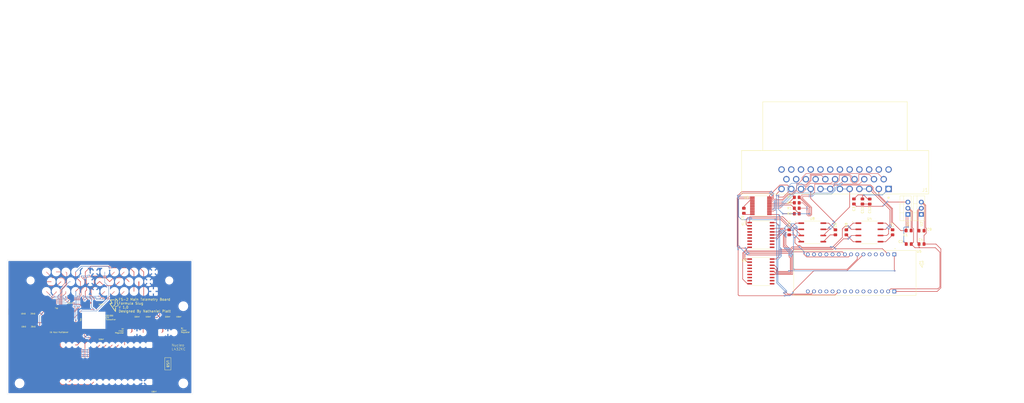
<source format=kicad_pcb>
(kicad_pcb (version 20240108) (generator "pcbnew") (generator_version "8.0")
  (title_block (title "Telemetry Board") (date "2024-08-28") (rev "1.0"))
  (layers (0 "F.Cu" signal) (31 "B.Cu" signal) (34 "B.Paste" user) (35 "F.Paste" user) (36 "B.SilkS" user "B.Silkscreen") (37 "F.SilkS" user "F.Silkscreen") (38 "B.Mask" user) (39 "F.Mask" user) (44 "Edge.Cuts" user))
  (net 0 "")
  (net 1 "GND")
  (net 2 "+12V")
  (net 3 "+5V")
  (net 4 "+9V")
  (net 5 "+3V3")
  (net 6 "Brake Sensor F")
  (net 7 "Brake Sensor B")
  (net 8 "Steering Sensor")
  (net 9 "Brake Sensor F 3V3")
  (net 10 "Brake Sensor R 3V3")
  (net 11 "S2")
  (net 12 "S4")
  (net 14 "S3")
  (net 15 "S1")
  (net 16 "ADC")
  (net 19 "+3.3V")
  (net 28 "CAN1_H")
  (net 33 "CAN2_H")
  (net 36 "Acc Exhaust Temp")
  (net 39 "CAN1_L")
  (net 44 "Acc Intake Pressure")
  (net 47 "Acc Intake Temp")
  (net 53 "Acc Intake Flow Rate")
  (net 56 "CAN2_L")
  (net 57 "unconnected-(U3-I13-Pad18)")
  (net 58 "unconnected-(U3-I7-Pad2)")
  (net 59 "unconnected-(U3-I8-Pad23)")
  (net 60 "unconnected-(U3-I14-Pad17)")
  (net 61 "unconnected-(U3-I9-Pad22)")
  (net 62 "unconnected-(U3-I10-Pad21)")
  (net 63 "unconnected-(U3-I11-Pad20)")
  (net 64 "unconnected-(U3-I12-Pad19)")
  (net 65 "CAN1_TX")
  (net 66 "CAN1_RX")
  (net 67 "unconnected-(U5A-PA12-PadCN3_5)")
  (net 68 "SPI3-SCLK")
  (net 69 "SPI3-MISO")
  (net 70 "SPI3_SSEL2")
  (net 71 "SPI3_SSEL1")
  (net 72 "unconnected-(U5A-PA11-PadCN3_13)")
  (net 73 "SPI3-MOSI")
  (net 75 "SPI3_MISO")
  (net 79 "SPI3_MOSI")
  (net 84 "SPI3_SCLK")
  (net 85 "CAN2_RX")
  (net 87 "CAN2_TX")
  (footprint "Capacitor_SMD:C_0805_2012Metric_Pad1.18x1.45mm_HandSolder" (layer "F.Cu") (at 178.2375 115.2)
    (property "Reference" "C1")
    (property "Value" "330nf")
  )
  (footprint "MountingHole:MountingHole_3.5mm" (layer "F.Cu") (at -119.945 178.077862)
    (property "Reference" "REF**" (hide yes))
    (property "Value" "MountingHole_3.5mm")
  )
  (footprint "Capacitor_SMD:C_0805_2012Metric_Pad1.18x1.45mm_HandSolder" (layer "F.Cu") (at 159.25 103.2125 90)
    (property "Reference" "C11")
    (property "Value" "100nf")
  )
  (footprint "Package_TO_SOT_THT:TO-220-3_Vertical" (layer "F.Cu") (at 177.945 108.54 90)
    (property "Reference" "U1")
    (property "Value" "LM7805_TO220")
  )
  (footprint "FS_3_Global_Footprint_Library:FORMULA SLUG" (layer "F.Cu") (at 186.69258 129.058544)
    (property "Reference" "G***" (hide yes))
    (property "Value" "LOGO" (hide yes))
  )
  (footprint "Capacitor_SMD:C_0805_2012Metric_Pad1.18x1.45mm_HandSolder" (layer "F.Cu") (at 178.2875 120.75)
    (property "Reference" "C2")
    (property "Value" "330nf")
  )
  (footprint "FS_3_Global_Footprint_Library:CD74HC4067SM96" (layer "F.Cu") (at 117.5 105 180)
    (property "Reference" "U3")
    (property "Value" "CD74HC4067SM96")
  )
  (footprint "Resistor_SMD:R_0805_2012Metric_Pad1.20x1.40mm_HandSolder" (layer "F.Cu") (at 132.25 108.25)
    (property "Reference" "R2")
    (property "Value" "20k")
  )
  (footprint "Capacitor_SMD:C_0805_2012Metric_Pad1.18x1.45mm_HandSolder" (layer "F.Cu") (at 183.5375 115.25 180)
    (property "Reference" "C9")
    (property "Value" "100nf")
  )
  (footprint "Capacitor_SMD:C_0805_2012Metric_Pad1.18x1.45mm_HandSolder" (layer "F.Cu") (at 110.5 107.0375 90)
    (property "Reference" "C5")
    (property "Value" "100nf")
  )
  (footprint "MountingHole:MountingHole_3.5mm" (layer "F.Cu") (at -119.945 146.327662)
    (property "Reference" "REF**" (hide yes))
    (property "Value" "MountingHole_3.5mm")
  )
  (footprint "1FS_2_Global_Footprint_Library:MODULE_NUCLEO-L432KC" (layer "F.Cu") (at 156.145 132.62 -90)
    (property "Reference" "U5")
    (property "Value" "NUCLEO-L432KC")
  )
  (footprint "1FS_2_Global_Footprint_Library:FS_Logo_4LinesTall" (layer "F.Cu") (at -148.2406 145.921262)
    (property "Reference" "G***" (hide yes))
    (property "Value" "LOGO" (hide yes))
  )
  (footprint "MountingHole:MountingHole_3.5mm" (layer "F.Cu") (at -187.255 178.077862)
    (property "Reference" "REF**" (hide yes))
    (property "Value" "MountingHole_3.5mm")
  )
  (footprint "FS_3_Global_Footprint_Library:ISO1050DUB" (layer "F.Cu") (at 138.635 115.955)
    (property "Reference" "U8")
    (property "Value" "ISO1050DUB")
  )
  (footprint "Resistor_SMD:R_0805_2012Metric_Pad1.20x1.40mm_HandSolder" (layer "F.Cu") (at 132.25 106 180)
    (property "Reference" "R1")
    (property "Value" "10k")
  )
  (footprint "FS_3_Global_Footprint_Library:ISO1050DUB" (layer "F.Cu") (at 162.135 115.955)
    (property "Reference" "U4")
    (property "Value" "ISO1050DUB")
  )
  (footprint "Capacitor_SMD:C_0805_2012Metric_Pad1.18x1.45mm_HandSolder" (layer "F.Cu") (at 183.5375 120.75 180)
    (property "Reference" "C4")
    (property "Value" "100nf")
  )
  (footprint "FS_3_Global_Footprint_Library:776180-1-Connector" (layer "F.Cu") (at 148 94.0525 180)
    (property "Reference" "J1")
    (property "Value" "776180-1")
  )
  (footprint "FS_3_Global_Footprint_Library:MCP2515-ISO" (layer "F.Cu") (at 117.5 117)
    (property "Reference" "U7")
    (property "Value" "MCP2515-I/SO")
  )
  (footprint "Capacitor_SMD:C_0805_2012Metric_Pad1.18x1.45mm_HandSolder" (layer "F.Cu") (at 155.75 103.2125 90)
    (property "Reference" "C3")
    (property "Value" "100nf")
  )
  (footprint "Capacitor_SMD:C_0805_2012Metric_Pad1.18x1.45mm_HandSolder" (layer "F.Cu") (at 171.635 115.9175 90)
    (property "Reference" "C7")
    (property "Value" "100nf")
  )
  (footprint "Capacitor_SMD:C_0805_2012Metric_Pad1.18x1.45mm_HandSolder" (layer "F.Cu") (at 129.135 115.9175 90)
    (property "Reference" "C10")
    (property "Value" "100nf")
  )
  (footprint "FS_3_Global_Footprint_Library:MCP2515-ISO" (layer "F.Cu") (at 117.5 132)
    (property "Reference" "U9")
    (property "Value" "MCP2515-I/SO")
  )
  (footprint "Resistor_SMD:R_0805_2012Metric_Pad1.20x1.40mm_HandSolder" (layer "F.Cu") (at 132.25 103.75 180)
    (property "Reference" "R3")
    (property "Value" "10k")
  )
  (footprint "Capacitor_SMD:C_0805_2012Metric_Pad1.18x1.45mm_HandSolder" (layer "F.Cu") (at 148.135 115.9175 90)
    (property "Reference" "C6")
    (property "Value" "100nf")
  )
  (footprint "Package_TO_SOT_THT:TO-220-3_Vertical" (layer "F.Cu") (at 183.445 108.54 90)
    (property "Reference" "U2")
    (property "Value" "LM7809_TO220")
  )
  (footprint "Capacitor_SMD:C_0805_2012Metric_Pad1.18x1.45mm_HandSolder" (layer "F.Cu") (at 152.635 115.9175 90)
    (property "Reference" "C8")
    (property "Value" "100nf")
  )
  (footprint "Resistor_SMD:R_0805_2012Metric_Pad1.20x1.40mm_HandSolder" (layer "F.Cu") (at 132.25 101.5 180)
    (property "Reference" "R4")
    (property "Value" "20k")
  )
  (footprint "Capacitor_SMD:C_0805_2012Metric_Pad1.18x1.45mm_HandSolder" (layer "F.Cu") (at 162.25 103.25 90)
    (property "Reference" "C12")
    (property "Value" "100nf")
  )
  (gr_rect (start -127.565 167.485862) (end -125.025 172.565862) (stroke (width 0.15)) (fill none) (layer "F.SilkS"))
  (gr_rect (start -192.335 127.226862) (end -116.135 182.598862) (stroke (width 0.05)) (fill none) (layer "Edge.Cuts"))
  (gr_text "5V\nLinear\nRegulator" (at -144.329 157.579862 0) (layer "F.SilkS") (effects (font (size 0.5 0.5) (thickness 0.09) (bold yes)) (justify right bottom)))
  (gr_text "ISO1050\nCAN\nTransceiver" (at -151.949 152.118862 0) (layer "F.SilkS") (effects (font (size 0.5 0.5) (thickness 0.09) (bold yes)) (justify left bottom)))
  (gr_text "330nf" (at -127.565 150.975862 0) (layer "F.SilkS") (effects (font (size 0.5 0.5) (thickness 0.09) (bold yes)) (justify left bottom)))
  (gr_text "Top" (at -161.855 151.229862 90) (layer "F.SilkS") (effects (font (size 0.5 0.5) (thickness 0.09) (bold yes)) (justify right bottom)))
  (gr_text "Top" (at -171.38 147.419862 0) (layer "F.SilkS") (effects (font (size 0.5 0.5) (thickness 0.09) (bold yes)) (justify right bottom)))
  (gr_text "100nf" (at -122.993 150.975862 0) (layer "F.SilkS") (effects (font (size 0.5 0.5) (thickness 0.09) (bold yes)) (justify left bottom)))
  (gr_text "9V\nLinear\nRegulator" (at -120.961 157.325862 0) (layer "F.SilkS") (effects (font (size 0.5 0.5) (thickness 0.09) (bold yes)) (justify left bottom)))
  (gr_text "10kΩ" (at -186.747 149.705862 0) (layer "F.SilkS") (effects (font (size 0.5 0.5) (thickness 0.09) (bold yes)) (justify left bottom)))
  (gr_text "100nf" (at -135.566 150.975862 0) (layer "F.SilkS") (effects (font (size 0.5 0.5) (thickness 0.09) (bold yes)) (justify left bottom)))
  (gr_text "330nf" (at -140.138 150.975862 0) (layer "F.SilkS") (effects (font (size 0.5 0.5) (thickness 0.09) (bold yes)) (justify left bottom)))
  (gr_text "100nf" (at -133.2038 181.786062 0) (layer "F.SilkS") (effects (font (size 0.5 0.5) (thickness 0.09) (bold yes)) (justify left bottom)))
  (gr_text "FS-2 Main Telemetry Board\nFormula Slug\nV 1.0\nDesigned By Nathaniel Platt\n" (at -146.62718 145.964318 0) (layer "F.SilkS") (effects (font (size 1 1)) (justify left)))
  (gr_text "10kΩ" (at -186.62 155.039862 0) (layer "F.SilkS") (effects (font (size 0.5 0.5) (thickness 0.09) (bold yes)) (justify left bottom)))
  (gr_text "USB" (at -126.295 170.025862 -90) (layer "F.SilkS") (effects (font (size 1 1))))
  (gr_text "16 Input Multiplexer" (at -174.936 157.325862 0) (layer "F.SilkS") (effects (font (size 0.5 0.5) (thickness 0.09) (bold yes)) (justify left bottom)))
  (gr_text "20kΩ" (at -182.81 149.705862 0) (layer "F.SilkS") (effects (font (size 0.5 0.5) (thickness 0.09) (bold yes)) (justify left bottom)))
  (gr_text "100nf" (at -167.697 145.387862 0) (layer "F.SilkS") (effects (font (size 0.5 0.5) (thickness 0.09) (bold yes)) (justify left bottom)))
  (gr_text "100nf" (at -154.87 160.246862 0) (layer "F.SilkS") (effects (font (size 0.5 0.5) (thickness 0.09) (bold yes)) (justify left bottom)))
  (gr_text "Nucleo\nL432KC" (at -124.771 164.564862 0) (layer "F.SilkS") (effects (font (size 1 1) (thickness 0.1)) (justify left bottom)))
  (gr_text "20kΩ" (at -182.683 155.039862 0) (layer "F.SilkS") (effects (font (size 0.5 0.5) (thickness 0.09) (bold yes)) (justify left bottom)))
  (gr_text "100nf" (at -154.87 145.895862 0) (layer "F.SilkS") (effects (font (size 0.5 0.5) (thickness 0.09) (bold yes)) (justify left bottom)))
  (segment (start 169.82 140.24) (end 170.885 139.175) (width 0.2) (layer "F.Cu") (net 1))
  (segment (start 182.5 122) (end 182.75 122.25) (width 0.2) (layer "F.Cu") (net 1))
  (segment (start 113.995 102.725) (end 113.045001 102.725) (width 0.2) (layer "F.Cu") (net 1))
  (segment (start 182.5 120.75) (end 182.5 122) (width 0.2) (layer "F.Cu") (net 1))
  (segment (start 171.635 116.955) (end 168.825 119.765) (width 0.2) (layer "F.Cu") (net 1))
  (segment (start 182.145 107.2525) (end 182.145 114.895) (width 0.2) (layer "F.Cu") (net 1))
  (segment (start 181.75 120) (end 181.75 107) (width 0.2) (layer "F.Cu") (net 1))
  (segment (start 148.135 116.955) (end 145.98 116.955) (width 0.2) (layer "F.Cu") (net 1))
  (segment (start 179.75 107.25) (end 178.5 106) (width 0.2) (layer "F.Cu") (net 1))
  (segment (start 130 98.0525) (end 128.3875 96.44) (width 0.2) (layer "F.Cu") (net 1))
  (segment (start 180.25 114.5) (end 179.75 114) (width 0.2) (layer "F.Cu") (net 1))
  (segment (start 168.825 119.765) (end 166.67 119.765) (width 0.2) (layer "F.Cu") (net 1))
  (segment (start 155.445 119.765) (end 157.6 119.765) (width 0.2) (layer "F.Cu") (net 1))
  (segment (start 181.75 107) (end 182.75 106) (width 0.2) (layer "F.Cu") (net 1))
  (segment (start 179.275 107.33) (end 177.945 106) (width 0.2) (layer "F.Cu") (net 1))
  (segment (start 126.5 108.25) (end 131.25 108.25) (width 0.2) (layer "F.Cu") (net 1))
  (segment (start 190.325 139.175) (end 191.1 138.4) (width 0.2) (layer "F.Cu") (net 1))
  (segment (start 137.5 108.25) (end 137.5 105.75) (width 0.2) (layer "F.Cu") (net 1))
  (segment (start 112.89 122.08) (end 112.354314 122.08) (width 0.2) (layer "F.Cu") (net 1))
  (segment (start 179.75 114) (end 179.75 107.25) (width 0.2) (layer "F.Cu") (net 1))
  (segment (start 110.5 105.270001) (end 110.5 106) (width 0.2) (layer "F.Cu") (net 1))
  (segment (start 182.5 120.75) (end 181.75 120) (width 0.2) (layer "F.Cu") (net 1))
  (segment (start 180.825 122.25) (end 179.325 120.75) (width 0.2) (layer "F.Cu") (net 1))
  (segment (start 137.5 105.75) (end 133.25 101.5) (width 0.2) (layer "F.Cu") (net 1))
  (segment (start 191.1 138.4) (end 191.1 124.1) (width 0.2) (layer "F.Cu") (net 1))
  (segment (start 124.75 101.425) (end 124.75 100.75) (width 0.2) (layer "F.Cu") (net 1))
  (segment (start 152.635 116.955) (end 155.445 119.765) (width 0.2) (layer "F.Cu") (net 1))
  (segment (start 191.1 124.1) (end 189.25 122.25) (width 0.2) (layer "F.Cu") (net 1))
  (segment (start 159.25 101) (end 159.75 100.5) (width 0.2) (layer "F.Cu") (net 1))
  (segment (start 178.5 106) (end 177.945 106) (width 0.2) (layer "F.Cu") (net 1))
  (segment (start 161.4625 102.2125) (end 159.75 100.5) (width 0.2) (layer "F.Cu") (net 1))
  (segment (start 183.3975 106) (end 182.145 107.2525) (width 0.2) (layer "F.Cu") (net 1))
  (segment (start 128.3875 96.44) (end 125.33208 96.44) (width 0.2) (layer "F.Cu") (net 1))
  (segment (start 113.045001 102.725) (end 110.5 105.270001) (width 0.2) (layer "F.Cu") (net 1))
  (segment (start 182.75 106) (end 183.445 106) (width 0.2) (layer "F.Cu") (net 1))
  (segment (start 129.135 116.955) (end 131.29 116.955) (width 0.2) (layer "F.Cu") (net 1))
  (segment (start 112.354314 122.08) (end 110 124.434314) (width 0.2) (layer "F.Cu") (net 1))
  (segment (start 180.25 120) (end 180.25 114.5) (width 0.2) (layer "F.Cu") (net 1))
  (segment (start 110 124.434314) (end 110 135.144999) (width 0.2) (layer "F.Cu") (net 1))
  (segment (start 110 135.144999) (end 111.935001 137.08) (width 0.2) (layer "F.Cu") (net 1))
  (segment (start 170.885 139.175) (end 190.325 139.175) (width 0.2) (layer "F.Cu") (net 1))
  (segment (start 179.5 120.75) (end 180.25 120) (width 0.2) (layer "F.Cu") (net 1))
  (segment (start 126.6275 101.425) (end 124.75 101.425) (width 0.2) (layer "F.Cu") (net 1))
  (segment (start 159.25 102.175) (end 159.25 101) (width 0.2) (layer "F.Cu") (net 1))
  (segment (start 155.75 102.175) (end 157.425 100.5) (width 0.2) (layer "F.Cu") (net 1))
  (segment (start 125.33208 96.44) (end 121.005 100.76708) (width 0.2) (layer "F.Cu") (net 1))
  (segment (start 182.75 122.25) (end 180.825 122.25) (width 0.2) (layer "F.Cu") (net 1))
  (segment (start 130 98.0525) (end 126.6275 101.425) (width 0.2) (layer "F.Cu") (net 1))
  (segment (start 179.325 120.75) (end 179.5 120.75) (width 0.2) (layer "F.Cu") (net 1))
  (segment (start 183.445 106) (end 183.3975 106) (width 0.2) (layer "F.Cu") (net 1))
  (segment (start 131.29 116.955) (end 134.1 119.765) (width 0.2) (layer "F.Cu") (net 1))
  (segment (start 145.98 116.955) (end 143.17 119.765) (width 0.2) (layer "F.Cu") (net 1))
  (segment (start 189.25 122.25) (end 182.75 122.25) (width 0.2) (layer "F.Cu") (net 1))
  (segment (start 179.275 115.2) (end 179.275 107.33) (width 0.2) (layer "F.Cu") (net 1))
  (segment (start 182.145 114.895) (end 182.5 115.25) (width 0.2) (layer "F.Cu") (net 1))
  (segment (start 121.005 100.76708) (end 121.005 101.425) (width 0.2) (layer "F.Cu") (net 1))
  (segment (start 157.425 100.5) (end 159.75 100.5) (width 0.2) (layer "F.Cu") (net 1))
  (segment (start 162.25 102.2125) (end 161.4625 102.2125) (width 0.2) (layer "F.Cu") (net 1))
  (segment (start 111.935001 137.08) (end 112.89 137.08) (width 0.2) (layer "F.Cu") (net 1))
  (via (at 137.5 108.25) (size 0.6) (drill 0.3) (layers "F.Cu" "B.Cu") (net 1))
  (via (at 124.75 100.75) (size 0.6) (drill 0.3) (layers "F.Cu" "B.Cu") (net 1))
  (via (at 159.75 100.5) (size 0.6) (drill 0.3) (layers "F.Cu" "B.Cu") (net 1))
  (via (at 126.5 108.25) (size 0.6) (drill 0.3) (layers "F.Cu" "B.Cu") (net 1))
  (segment (start 124.75 106.5) (end 126.5 108.25) (width 0.2) (layer "B.Cu") (net 1))
  (segment (start 126.5 108.25) (end 137.5 108.25) (width 0.2) (layer "B.Cu") (net 1))
  (segment (start 124.75 100.75) (end 124.75 106.5) (width 0.2) (layer "B.Cu") (net 1))
  (segment (start 159.75 100.5) (end 167.5525 100.5) (width 0.2) (layer "B.Cu") (net 1))
  (segment (start 167.5525 100.5) (end 170 98.0525) (width 0.2) (layer "B.Cu") (net 1))
  (segment (start 177.2 115.2) (end 177.2 109.285) (width 0.2) (layer "F.Cu") (net 2))
  (segment (start -128.37 156.733862) (end -128.835 157.198862) (width 0.2) (layer "F.Cu") (net 2))
  (segment (start 166 100.542234) (end 171.6 106.142234) (width 0.2) (layer "F.Cu") (net 2))
  (segment (start 178 113.25) (end 177.945 113.195) (width 0.2) (layer "F.Cu") (net 2))
  (segment (start -137.7876 149.731262) (end -130.7576 149.731262) (width 0.3) (layer "F.Cu") (net 2))
  (segment (start 171.6 111.8) (end 175 115.2) (width 0.2) (layer "F.Cu") (net 2))
  (segment (start -130.7576 149.731262) (end -128.37 152.118862) (width 0.3) (layer "F.Cu") (net 2))
  (segment (start -138.235 149.283862) (end -138.235 136.231362) (width 0.3) (layer "F.Cu") (net 2))
  (segment (start 178 113.75) (end 178 113.25) (width 0.2) (layer "F.Cu") (net 2))
  (segment (start 175 115.2) (end 177.2 115.2) (width 0.2) (layer "F.Cu") (net 2))
  (segment (start 177.25 120.75) (end 176.25 119.75) (width 0.2) (layer "F.Cu") (net 2))
  (segment (start -141.07 152.118862) (end -141.07 156.733862) (width 0.3) (layer "F.Cu") (net 2))
  (segment (start 166 98.0525) (end 166 100.542234) (width 0.2) (layer "F.Cu") (net 2))
  (segment (start -138.235 149.283862) (end -137.7876 149.731262) (width 0.3) (layer "F.Cu") (net 2))
  (segment (start -141.07 156.733862) (end -141.535 157.198862) (width 0.2) (layer "F.Cu") (net 2))
  (segment (start 177.945 113.195) (end 177.945 108.54) (width 0.2) (layer "F.Cu") (net 2))
  (segment (start -128.37 152.118862) (end -128.37 156.733862) (width 0.3) (layer "F.Cu") (net 2))
  (segment (start 171.6 106.142234) (end 171.6 111.8) (width 0.2) (layer "F.Cu") (net 2))
  (segment (start -141.07 152.118862) (end -138.235 149.283862) (width 0.3) (layer "F.Cu") (net 2))
  (segment (start 177.2 109.285) (end 177.945 108.54) (width 0.2) (layer "F.Cu") (net 2))
  (via (at 178 113.75) (size 0.6) (drill 0.3) (layers "F.Cu" "B.Cu") (net 2))
  (via (at 176.25 119.75) (size 0.6) (drill 0.3) (layers "F.Cu" "B.Cu") (net 2))
  (segment (start 176.5 113.75) (end 178 113.75) (width 0.2) (layer "B.Cu") (net 2))
  (segment (start 176.25 114) (end 176.5 113.75) (width 0.2) (layer "B.Cu") (net 2))
  (segment (start 176.25 119.75) (end 176.25 114) (width 0.2) (layer "B.Cu") (net 2))
  (segment (start -160.235 134.161325) (end -160.235 132.231362) (width 0.2) (layer "F.Cu") (net 3))
  (segment (start -167.4555 145.505862) (end -168.4805 146.530862) (width 0.2) (layer "F.Cu") (net 3))
  (segment (start -133.2116 150.950462) (end -134.38 152.118862) (width 0.2) (layer "F.Cu") (net 3))
  (segment (start -157.8125 145.006862) (end -157.998 145.006862) (width 0.2) (layer "F.Cu") (net 3))
  (segment (start 111 108.575) (end 113.995 108.575) (width 0.2) (layer "F.Cu") (net 3))
  (segment (start 143.17 112.145) (end 145.4 112.145) (width 0.2) (layer "F.Cu") (net 3))
  (segment (start -168.4805 146.530862) (end -168.4805 148.478362) (width 0.2) (layer "F.Cu") (net 3))
  (segment (start 169.766296 103.46) (end 177.945 103.46) (width 0.2) (layer "F.Cu") (net 3))
  (segment (start -157.8975 129.893862) (end -160.235 132.231362) (width 0.2) (layer "F.Cu") (net 3))
  (segment (start 145.4 112.145) (end 148.135 114.88) (width 0.2) (layer "F.Cu") (net 3))
  (segment (start 167.549485 105.200515) (end 167.924485 104.825515) (width 0.2) (layer "F.Cu") (net 3))
  (segment (start -157.998 145.006862) (end -160.585 147.593862) (width 0.2) (layer "F.Cu") (net 3))
  (segment (start 169.528148 103.221852) (end 169.766296 103.46) (width 0.2) (layer "F.Cu") (net 3))
  (segment (start -165.824256 145.514862) (end -165.833256 145.505862) (width 0.2) (layer "F.Cu") (net 3))
  (segment (start 156.700515 105.200515) (end 167.549485 105.200515) (width 0.2) (layer "F.Cu") (net 3))
  (segment (start -130.8162 150.950462) (end -133.2116 150.950462) (width 0.2) (layer "F.Cu") (net 3))
  (segment (start -136.235 132.231362) (end -138.5725 129.893862) (width 0.2) (layer "F.Cu") (net 3))
  (segment (start -129.66688 149.902742) (end -129.66688 149.204182) (width 0.2) (layer "F.Cu") (net 3))
  (segment (start -138.5725 129.893862) (end -157.8975 129.893862) (width 0.2) (layer "F.Cu") (net 3))
  (segment (start -132.699 148.883862) (end -136.235 145.347862) (width 0.2) (layer "F.Cu") (net 3))
  (segment (start 110.5 108.075) (end 111 108.575) (width 0.2) (layer "F.Cu") (net 3))
  (segment (start 166.67 112.145) (end 168.9 112.145) (width 0.2) (layer "F.Cu") (net 3))
  (segment (start -160.235 142.584362) (end -157.8125 145.006862) (width 0.2) (layer "F.Cu") (net 3))
  (segment (start -136.455 157.198862) (end -136.455 154.193862) (width 0.2) (layer "F.Cu") (net 3))
  (segment (start -165.833256 145.505862) (end -167.4555 145.505862) (width 0.2) (layer "F.Cu") (net 3))
  (segment (start 155.75 104.25) (end 156.700515 105.200515) (width 0.2) (layer "F.Cu") (net 3))
  (segment (start -136.235 145.347862) (end -136.235 140.231362) (width 0.2) (layer "F.Cu") (net 3))
  (segment (start -159.8475 134.548825) (end -160.235 134.161325) (width 0.2) (layer "F.Cu") (net 3))
  (segment (start -168.4805 148.478362) (end -168.415 148.543862) (width 0.2) (layer "F.Cu") (net 3))
  (segment (start -136.235 140.231362) (end -136.235 132.231362) (width 0.2) (layer "F.Cu") (net 3))
  (segment (start -129.9872 148.883862) (end -132.699 148.883862) (width 0.2) (layer "F.Cu") (net 3))
  (segment (start -136.455 154.193862) (end -134.38 152.118862) (width 0.2) (layer "F.Cu") (net 3))
  (segment (start -162.664 145.514862) (end -165.824256 145.514862) (width 0.2) (layer "F.Cu") (net 3))
  (segment (start -160.585 147.593862) (end -162.664 145.514862) (width 0.2) (layer "F.Cu") (net 3))
  (segment (start -159.696 139.692362) (end -159.696 137.050782) (width 0.2) (layer "F.Cu") (net 3))
  (segment (start -159.696 137.050782) (end -159.8475 136.899282) (width 0.2) (layer "F.Cu") (net 3))
  (segment (start -160.235 140.231362) (end -159.696 139.692362) (width 0.2) (layer "F.Cu") (net 3))
  (segment (start -159.8475 136.899282) (end -159.8475 134.548825) (width 0.2) (layer "F.Cu") (net 3))
  (segment (start -160.235 140.231362) (end -160.235 142.584362) (width 0.2) (layer "F.Cu") (net 3))
  (segment (start 168.9 112.145) (end 171.635 114.88) (width 0.2) (layer "F.Cu") (net 3))
  (segment (start -129.66688 149.204182) (end -129.9872 148.883862) (width 0.2) (layer "F.Cu") (net 3))
  (via (at 169.528148 103.221852) (size 0.6) (drill 0.3) (layers "F.Cu" "B.Cu") (net 3))
  (via (at -129.66688 149.902742) (size 0.6) (drill 0.3) (layers "F.Cu" "B.Cu") (net 3))
  (via (at 167.924485 104.825515) (size 0.6) (drill 0.3) (layers "F.Cu" "B.Cu") (net 3))
  (via (at -130.8162 150.950462) (size 0.6) (drill 0.3) (layers "F.Cu" "B.Cu") (net 3))
  (segment (start -129.66688 149.902742) (end -130.7146 150.950462) (width 0.2) (layer "B.Cu") (net 3))
  (segment (start 167.924485 104.825515) (end 169.528148 103.221852) (width 0.2) (layer "B.Cu") (net 3))
  (segment (start -130.7146 150.950462) (end -130.8162 150.950462) (width 0.2) (layer "B.Cu") (net 3))
  (segment (start 183.445 103.46) (end 184.745 104.76) (width 0.2) (layer "F.Cu") (net 4))
  (segment (start 191.5 138.75) (end 191.5 122.75) (width 0.2) (layer "F.Cu") (net 4))
  (segment (start 183.96 103.46) (end 185.25 104.75) (width 0.2) (layer "F.Cu") (net 4))
  (segment (start 185.25 114) (end 185.5 114.25) (width 0.2) (layer "F.Cu") (net 4))
  (segment (start 191.5 122.75) (end 189.5 120.75) (width 0.2) (layer "F.Cu") (net 4))
  (segment (start 184.745 115.08) (end 184.575 115.25) (width 0.2) (layer "F.Cu") (net 4))
  (segment (start 189.99 140.24) (end 190 140.25) (width 0.2) (layer "F.Cu") (net 4))
  (segment (start 185.5 114.25) (end 185.5 116.25) (width 0.2) (layer "F.Cu") (net 4))
  (segment (start 185.5 116.25) (end 184.575 117.175) (width 0.2) (layer "F.Cu") (net 4))
  (segment (start 189.5 120.75) (end 184.575 120.75) (width 0.2) (layer "F.Cu") (net 4))
  (segment (start 190 140.25) (end 191.5 138.75) (width 0.2) (layer "F.Cu") (net 4))
  (segment (start 185.25 104.75) (end 185.25 114) (width 0.2) (layer "F.Cu") (net 4))
  (segment (start 183.445 103.46) (end 183.96 103.46) (width 0.2) (layer "F.Cu") (net 4))
  (segment (start 184.575 117.175) (end 184.575 120.75) (width 0.2) (layer "F.Cu") (net 4))
  (segment (start 172.36 140.24) (end 189.99 140.24) (width 0.2) (layer "F.Cu") (net 4))
  (segment (start 184.745 104.76) (end 184.745 115.08) (width 0.2) (layer "F.Cu") (net 4))
  (segment (start -160.585 156.643862) (end -160.585 158.468862) (width 0.2) (layer "F.Cu") (net 5))
  (segment (start -164.131 152.118862) (end -164.131 153.525862) (width 0.2) (layer "F.Cu") (net 5))
  (segment (start 124 118.75) (end 127.87 114.88) (width 0.2) (layer "F.Cu") (net 5))
  (segment (start -160.38 161.798362) (end -157.8125 159.230862) (width 0.2) (layer "F.Cu") (net 5))
  (segment (start -166.935 177.518862) (end -160.38 170.963862) (width 0.2) (layer "F.Cu") (net 5))
  (segment (start -140.235 140.231362) (end -140.235 132.231362) (width 0.2) (layer "F.Cu") (net 5))
  (segment (start 138.275 141.305) (end 139.34 140.24) (width 0.2) (layer "F.Cu") (net 5))
  (segment (start 128.555 141.305) (end 138.275 141.305) (width 0.2) (layer "F.Cu") (net 5))
  (segment (start 134.1 112.145) (end 131.87 112.145) (width 0.2) (layer "F.Cu") (net 5))
  (segment (start -150.298 130.528862) (end -141.9375 130.528862) (width 0.2) (layer "F.Cu") (net 5))
  (segment (start -161.013 156.643862) (end -160.585 156.643862) (width 0.2) (layer "F.Cu") (net 5))
  (segment (start -162.235 136.231362) (end -162.235 138.231362) (width 0.2) (layer "F.Cu") (net 5))
  (segment (start 123.949997 100.102503) (end 123.949997 100.75) (width 0.2) (layer "F.Cu") (net 5))
  (segment (start 127.5 140.25) (end 128.555 141.305) (width 0.2) (layer "F.Cu") (net 5))
  (segment (start -162.235 138.231362) (end -164.235 140.231362) (width 0.2) (layer "F.Cu") (net 5))
  (segment (start 131.87 112.145) (end 129.135 114.88) (width 0.2) (layer "F.Cu") (net 5))
  (segment (start -141.9375 130.528862) (end -140.235 132.231362) (width 0.2) (layer "F.Cu") (net 5))
  (segment (start -164.235 134.231362) (end -162.235 136.231362) (width 0.2) (layer "F.Cu") (net 5))
  (segment (start -164.235 132.231362) (end -164.235 134.231362) (width 0.2) (layer "F.Cu") (net 5))
  (segment (start 127.87 114.88) (end 129.135 114.88) (width 0.2) (layer "F.Cu") (net 5))
  (segment (start -160.38 170.963862) (end -160.38 161.798362) (width 0.2) (layer "F.Cu") (net 5))
  (segment (start -164.131 153.525862) (end -161.013 156.643862) (width 0.2) (layer "F.Cu") (net 5))
  (segment (start 126 98.0525) (end 123.949997 100.102503) (width 0.2) (layer "F.Cu") (net 5))
  (segment (start 157.6 112.145) (end 155.37 112.145) (width 0.2) (layer "F.Cu") (net 5))
  (segment (start 155.37 112.145) (end 152.635 114.88) (width 0.2) (layer "F.Cu") (net 5))
  (segment (start -158.807 159.230862) (end -157.8125 159.230862) (width 0.2) (layer "F.Cu") (net 5))
  (via (at 123.949997 100.75) (size 0.6) (drill 0.3) (layers "F.Cu" "B.Cu") (net 5))
  (via (at -160.585 158.468862) (size 0.6) (drill 0.3) (layers "F.Cu" "B.Cu") (net 5))
  (via (at 127.5 140.25) (size 0.6) (drill 0.3) (layers "F.Cu" "B.Cu") (net 5))
  (via (at -164.131 152.118862) (size 0.6) (drill 0.3) (layers "F.Cu" "B.Cu") (net 5))
  (via (at -158.807 159.230862) (size 0.6) (drill 0.3) (layers "F.Cu" "B.Cu") (net 5))
  (via (at -150.298 130.528862) (size 0.6) (drill 0.3) (layers "F.Cu" "B.Cu") (net 5))
  (via (at 124 118.75) (size 0.6) (drill 0.3) (layers "F.Cu" "B.Cu") (net 5))
  (segment (start 124 118.75) (end 124 136.75) (width 0.2) (layer "B.Cu") (net 5))
  (segment (start -161.8975 129.893862) (end -164.235 132.231362) (width 0.2) (layer "B.Cu") (net 5))
  (segment (start 124 136.75) (end 127.5 140.25) (width 0.2) (layer "B.Cu") (net 5))
  (segment (start -160.585 158.468862) (end -159.823 159.230862) (width 0.2) (layer "B.Cu") (net 5))
  (segment (start -164.131 140.335362) (end -164.235 140.231362) (width 0.2) (layer "B.Cu") (net 5))
  (segment (start -164.131 152.118862) (end -164.131 140.335362) (width 0.2) (layer "B.Cu") (net 5))
  (segment (start -159.823 159.230862) (end -158.807 159.230862) (width 0.2) (layer "B.Cu") (net 5))
  (segment (start -150.933 129.893862) (end -161.8975 129.893862) (width 0.2) (layer "B.Cu") (net 5))
  (segment (start 123.949997 118.699997) (end 124 118.75) (width 0.2) (layer "B.Cu") (net 5))
  (segment (start 123.949997 100.75) (end 123.949997 118.699997) (width 0.2) (layer "B.Cu") (net 5))
  (segment (start -150.298 130.528862) (end -150.933 129.893862) (width 0.2) (layer "B.Cu") (net 5))
  (segment (start 137.261827 108.825) (end 137.738173 108.825) (width 0.15) (layer "F.Cu") (net 6))
  (segment (start 147.4 96.1) (end 147.86 95.64) (width 0.15) (layer "F.Cu") (net 6))
  (segment (start 134.25 100.5) (end 137.45 100.5) (width 0.15) (layer "F.Cu") (net 6))
  (segment (start 138.55 100.5) (end 139.5875 99.4625) (width 0.15) (layer "F.Cu") (net 6))
  (segment (start 154.4125 94.710065) (end 155.342435 95.64) (width 0.15) (layer "F.Cu") (net 6))
  (segment (start 157.75 94.547565) (end 157.75 92.1) (width 0.15) (layer "F.Cu") (net 6))
  (segment (start 154.5 93.25) (end 154.4125 93.3375) (width 0.15) (layer "F.Cu") (net 6))
  (segment (start 133.25 106) (end 137 106) (width 0.15) (layer "F.Cu") (net 6))
  (segment (start 155.342435 95.64) (end 156.657565 95.64) (width 0.15) (layer "F.Cu") (net 6))
  (segment (start 154.4125 93.3375) (end 154.4125 94.710065) (width 0.15) (layer "F.Cu") (net 6))
  (segment (start 138.075 105.79467) (end 137.765165 105.484835) (width 0.15) (layer "F.Cu") (net 6))
  (segment (start 149.75 92.45) (end 153.7 92.45) (width 0.15) (layer "F.Cu") (net 6))
  (segment (start 134.25 101.96967) (end 134.25 100.5) (width 0.15) (layer "F.Cu") (net 6))
  (segment (start 149.75 94.547565) (end 149.75 92.45) (width 0.15) (layer "F.Cu") (net 6))
  (segment (start 136.925 106.075) (end 136.925 108.488173) (width 0.15) (layer "F.Cu") (net 6))
  (segment (start 139.675 96.1) (end 147.4 96.1) (width 0.15) (layer "F.Cu") (net 6))
  (segment (start 153.7 92.45) (end 154.5 93.25) (width 0.15) (layer "F.Cu") (net 6))
  (segment (start 136.925 108.488173) (end 137.261827 108.825) (width 0.15) (layer "F.Cu") (net 6))
  (segment (start 156.657565 95.64) (end 157.75 94.547565) (width 0.15) (layer "F.Cu") (net 6))
  (segment (start 148.657565 95.64) (end 149.75 94.547565) (width 0.15) (layer "F.Cu") (net 6))
  (segment (start -170.235 136.231362) (end -171.8475 137.843862) (width 0.2) (layer "F.Cu") (net 6))
  (segment (start 137.738173 108.825) (end 138.075 108.488173) (width 0.15) (layer "F.Cu") (net 6))
  (segment (start 139.5875 99.4625) (end 139.5875 96.1875) (width 0.15) (layer "F.Cu") (net 6))
  (segment (start 139.5875 96.1875) (end 139.675 96.1) (width 0.15) (layer "F.Cu") (net 6))
  (segment (start -177.298 137.843862) (end -187.509 148.054862) (width 0.2) (layer "F.Cu") (net 6))
  (segment (start 137 106) (end 136.925 106.075) (width 0.15) (layer "F.Cu") (net 6))
  (segment (start 162.0475 92.1) (end 164 94.0525) (width 0.15) (layer "F.Cu") (net 6))
  (segment (start 147.86 95.64) (end 148.657565 95.64) (width 0.15) (layer "F.Cu") (net 6))
  (segment (start 157.75 92.1) (end 162.0475 92.1) (width 0.15) (layer "F.Cu") (net 6))
  (segment (start 137.765165 105.484835) (end 134.25 101.96967) (width 0.15) (layer "F.Cu") (net 6))
  (segment (start 138.075 108.488173) (end 138.075 105.79467) (width 0.15) (layer "F.Cu") (net 6))
  (segment (start -171.8475 137.843862) (end -177.298 137.843862) (width 0.2) (layer "F.Cu") (net 6))
  (via (at 138.55 100.5) (size 0.5) (drill 0.3) (layers "F.Cu" "B.Cu") (net 6))
  (via (at 137.45 100.5) (size 0.5) (drill 0.3) (layers "F.Cu" "B.Cu") (net 6))
  (segment (start 137.45 100.5) (end 138.55 100.5) (width 0.15) (layer "B.Cu") (net 6))
  (segment (start 134.75 101.25) (end 134.75 101.974696) (width 0.15) (layer "F.Cu") (net 7))
  (segment (start -188.525 147.292862) (end -191.735 147.292862) (width 0.2) (layer "F.Cu") (net 7))
  (segment (start 138.425 108.633148) (end 137.883148 109.175) (width 0.15) (layer "F.Cu") (net 7))
  (segment (start -177.4635 136.231362) (end -188.525 147.292862) (width 0.2) (layer "F.Cu") (net 7))
  (segment (start 158.0625 95.99) (end 151.004961 95.99) (width 0.15) (layer "F.Cu") (net 7))
  (segment (start 137.45 101.200003) (end 134.799997 101.200003) (width 0.15) (layer "F.Cu") (net 7))
  (segment (start 136.447183 105.475) (end 134.722183 103.75) (width 0.15) (layer "F.Cu") (net 7))
  (segment (start -191.735 147.292862) (end -191.735 149.778862) (width 0.2) (layer "F.Cu") (net 7))
  (segment (start 134.722183 103.75) (end 133.25 103.75) (width 0.15) (layer "F.Cu") (net 7))
  (segment (start 138.425 105.649696) (end 138.425 108.633148) (width 0.15) (layer "F.Cu") (net 7))
  (segment (start -191.735 149.778862) (end -191.119 149.778862) (width 0.2) (layer "F.Cu") (net 7))
  (segment (start 136.925 109.175) (end 136.4 108.65) (width 0.15) (layer "F.Cu") (net 7))
  (segment (start -191.119 149.778862) (end -187.509 153.388862) (width 0.2) (layer "F.Cu") (net 7))
  (segment (start 160 94.0525) (end 158.0625 95.99) (width 0.15) (layer "F.Cu") (net 7))
  (segment (start -174.235 136.231362) (end -177.4635 136.231362) (width 0.2) (layer "F.Cu") (net 7))
  (segment (start 137.883148 109.175) (end 136.925 109.175) (width 0.15) (layer "F.Cu") (net 7))
  (segment (start 134.75 101.974696) (end 138.425 105.649696) (width 0.15) (layer "F.Cu") (net 7))
  (segment (start 136.4 108.65) (end 136.4 106.525) (width 0.15) (layer "F.Cu") (net 7))
  (segment (start 134.799997 101.200003) (end 134.75 101.25) (width 0.15) (layer "F.Cu") (net 7))
  (segment (start 151.004961 95.99) (end 150.904962 95.890001) (width 0.15) (layer "F.Cu") (net 7))
  (segment (start 150.904962 95.890001) (end 150.904962 95.89) (width 0.15) (layer "F.Cu") (net 7))
  (via (at 137.45 101.200003) (size 0.5) (drill 0.3) (layers "F.Cu" "B.Cu") (net 7))
  (via (at 150.904962 95.89) (size 0.5) (drill 0.3) (layers "F.Cu" "B.Cu") (net 7))
  (via (at 136.447183 105.475) (size 0.5) (drill 0.3) (layers "F.Cu" "B.Cu") (net 7))
  (via (at 136.4 106.525) (size 0.5) (drill 0.3) (layers "F.Cu" "B.Cu") (net 7))
  (segment (start 139.25 100.542463) (end 138.59246 101.200003) (width 0.15) (layer "B.Cu") (net 7))
  (segment (start 139.25 100.5) (end 139.25 100.542463) (width 0.15) (layer "B.Cu") (net 7))
  (segment (start 146.54254 100.25) (end 144.75 100.25) (width 0.15) (layer "B.Cu") (net 7))
  (segment (start 148.1 98.69254) (end 146.54254 100.25) (width 0.15) (layer "B.Cu") (net 7))
  (segment (start 138.59246 101.200003) (end 137.45 101.200003) (width 0.15) (layer "B.Cu") (net 7))
  (segment (start 139.5 100.25) (end 139.25 100.5) (width 0.15) (layer "B.Cu") (net 7))
  (segment (start 144.75 100.25) (end 139.5 100.25) (width 0.15) (layer "B.Cu") (net 7))
  (segment (start 136.4 106.525) (end 136.4 105.522183) (width 0.15) (layer "B.Cu") (net 7))
  (segment (start 150.904962 95.89) (end 150.329962 96.465) (width 0.15) (layer "B.Cu") (net 7))
  (segment (start 148.1 97.707435) (end 148.1 98.69254) (width 0.15) (layer "B.Cu") (net 7))
  (segment (start 136.4 105.522183) (end 136.447183 105.475) (width 0.15) (layer "B.Cu") (net 7))
  (segment (start 149.342435 96.465) (end 148.1 97.707435) (width 0.15) (layer "B.Cu") (net 7))
  (segment (start 150.329962 96.465) (end 149.342435 96.465) (width 0.15) (layer "B.Cu") (net 7))
  (segment (start -171.20125 141.839862) (end -171.20125 141.814862) (width 0.15) (layer "F.Cu") (net 8))
  (segment (start 132.25 98.047565) (end 132.25 95.75) (width 0.15) (layer "F.Cu") (net 8))
  (segment (start -171.507 142.145612) (end -171.507 142.757399) (width 0.15) (layer "F.Cu") (net 8))
  (segment (start 165.6975 91.75) (end 168 94.0525) (width 0.15) (layer "F.Cu") (net 8))
  (segment (start -170.982 150.110862) (end -174.615 153.743862) (width 0.15) (layer "F.Cu") (net 8))
  (segment (start 136.057435 91.75) (end 165.6975 91.75) (width 0.15) (layer "F.Cu") (net 8))
  (segment (start 124 102.4) (end 126.35 102.4) (width 0.15) (layer "F.Cu") (net 8))
  (segment (start -170.982 143.282399) (end -170.982 150.110862) (width 0.15) (layer "F.Cu") (net 8))
  (segment (start 122.032534 103.375) (end 123.182534 102.225) (width 0.15) (layer "F.Cu") (net 8))
  (segment (start 123.182534 102.225) (end 123.825 102.225) (width 0.15) (layer "F.Cu") (net 8))
  (segment (start 128.75 100) (end 130.297565 100) (width 0.15) (layer "F.Cu") (net 8))
  (segment (start -174.615 153.743862) (end -175.615 153.743862) (width 0.15) (layer "F.Cu") (net 8))
  (segment (start -171.507 142.757399) (end -170.982 143.282399) (width 0.15) (layer "F.Cu") (net 8))
  (segment (start 134.4125 94.3375) (end 134.4125 93.394935) (width 0.15) (layer "F.Cu") (net 8))
  (segment (start 130.297565 100) (end 132.25 98.047565) (width 0.15) (layer "F.Cu") (net 8))
  (segment (start 126.35 102.4) (end 128.75 100) (width 0.15) (layer "F.Cu") (net 8))
  (segment (start 121.005 103.375) (end 122.032534 103.375) (width 0.15) (layer "F.Cu") (net 8))
  (segment (start 133 95.75) (end 134.4125 94.3375) (width 0.15) (layer "F.Cu") (net 8))
  (segment (start 134.4125 93.394935) (end 136.057435 91.75) (width 0.15) (layer "F.Cu") (net 8))
  (segment (start 123.825 102.225) (end 124 102.4) (width 0.15) (layer "F.Cu") (net 8))
  (segment (start 132.25 95.75) (end 133 95.75) (width 0.15) (layer "F.Cu") (net 8))
  (segment (start -171.20125 141.839862) (end -171.507 142.145612) (width 0.15) (layer "F.Cu") (net 8))
  (via (at -171.20125 141.814862) (size 0.5) (drill 0.3) (layers "F.Cu" "B.Cu") (net 8))
  (segment (start -169.8225 140.461112) (end -169.8225 139.258362) (width 0.15) (layer "B.Cu") (net 8))
  (segment (start -166.7955 136.231362) (end -166.235 136.231362) (width 0.15) (layer "B.Cu") (net 8))
  (segment (start -171.20125 141.839862) (end -169.8225 140.461112) (width 0.15) (layer "B.Cu") (net 8))
  (segment (start -169.8225 139.258362) (end -166.7955 136.231362) (width 0.15) (layer "B.Cu") (net 8))
  (segment (start 131.25 106) (end 131.25 106.25) (width 0.2) (layer "F.Cu") (net 9))
  (segment (start -176.69 152.443862) (end -175.615 152.443862) (width 0.2) (layer "F.Cu") (net 9))
  (segment (start -183.683 148.054862) (end -182.683 147.054862) (width 0.2) (layer "F.Cu") (net 9))
  (segment (start -176.79 152.343862) (end -176.69 152.443862) (width 0.2) (layer "F.Cu") (net 9))
  (segment (start -185.509 148.054862) (end -183.683 148.054862) (width 0.2) (layer "F.Cu") (net 9))
  (segment (start -180.889 147.054862) (end -176.79 151.153862) (width 0.2) (layer "F.Cu") (net 9))
  (segment (start 121.005 104.675) (end 129.925 104.675) (width 0.2) (layer "F.Cu") (net 9))
  (segment (start -182.683 147.054862) (end -180.889 147.054862) (width 0.2) (layer "F.Cu") (net 9))
  (segment (start -176.79 151.153862) (end -176.79 152.343862) (width 0.2) (layer "F.Cu") (net 9))
  (segment (start 129.925 104.675) (end 131.25 106) (width 0.2) (layer "F.Cu") (net 9))
  (segment (start 131.25 106.25) (end 133.25 108.25) (width 0.2) (layer "F.Cu") (net 9))
  (segment (start 129 103.75) (end 131.25 103.75) (width 0.2) (layer "F.Cu") (net 10))
  (segment (start -183.683 153.388862) (end -185.509 153.388862) (width 0.2) (layer "F.Cu") (net 10))
  (segment (start 128.725 104.025) (end 131.25 101.5) (width 0.2) (layer "F.Cu") (net 10))
  (segment (start -179.803256 153.093862) (end -181.098256 154.388862) (width 0.2) (layer "F.Cu") (net 10))
  (segment (start -182.683 154.388862) (end -183.683 153.388862) (width 0.2) (layer "F.Cu") (net 10))
  (segment (start -181.098256 154.388862) (end -182.683 154.388862) (width 0.2) (layer "F.Cu") (net 10))
  (segment (start 121.005 104.025) (end 128.725 104.025) (width 0.2) (layer "F.Cu") (net 10))
  (segment (start 128.725 104.025) (end 129 103.75) (width 0.2) (layer "F.Cu") (net 10))
  (segment (start -175.615 153.093862) (end -179.803256 153.093862) (width 0.2) (layer "F.Cu") (net 10))
  (segment (start -169.856 166.215862) (end -176.79 159.281862) (width 0.2) (layer "F.Cu") (net 11))
  (segment (start 121.211775 99.711775) (end 109.941612 99.711775) (width 0.2) (layer "F.Cu") (net 11))
  (segment (start 109.941612 99.711775) (end 108.852828 100.800559) (width 0.2) (layer "F.Cu") (net 11))
  (segment (start 122.255 100.755) (end 122.060305 100.560305) (width 0.2) (layer "F.Cu") (net 11))
  (segment (start -176.79 159.281862) (end -176.79 155.115862) (width 0.2) (layer "F.Cu") (net 11))
  (segment (start 152.944314 131.15) (end 157.12 126.974314) (width 0.2) (layer "F.Cu") (net 11))
  (segment (start -176.718 155.043862) (end -175.615 155.043862) (width 0.2) (layer "F.Cu") (net 11))
  (segment (start -153.092 166.215862) (end -159.442 166.215862) (width 0.2) (layer "F.Cu") (net 11))
  (segment (start 122.255 101.774999) (end 122.255 100.755) (width 0.2) (layer "F.Cu") (net 11))
  (segment (start 130.75 115.2) (end 130.75 116.25) (width 0.2) (layer "F.Cu") (net 11))
  (segment (start -149.155 162.278862) (end -153.092 166.215862) (width 0.2) (layer "F.Cu") (net 11))
  (segment (start 157.12 126.974314) (end 157.12 125) (width 0.2) (layer "F.Cu") (net 11))
  (segment (start -176.79 155.115862) (end -176.718 155.043862) (width 0.2) (layer "F.Cu") (net 11))
  (segment (start 131.1 131.15) (end 152.944314 131.15) (width 0.2) (layer "F.Cu") (net 11))
  (segment (start -161.093 166.215862) (end -169.856 166.215862) (width 0.2) (layer "F.Cu") (net 11))
  (segment (start 125.73241 110.7) (end 128.608318 113.575908) (width 0.2) (layer "F.Cu") (net 11))
  (segment (start 121.954999 102.075) (end 122.255 101.774999) (width 0.2) (layer "F.Cu") (net 11))
  (segment (start 121.005 102.075) (end 121.954999 102.075) (width 0.2) (layer "F.Cu") (net 11))
  (segment (start 123.349997 110.7) (end 125.73241 110.7) (width 0.2) (layer "F.Cu") (net 11))
  (via (at 130.75 115.2) (size 0.6) (drill 0.3) (layers "F.Cu" "B.Cu") (net 11))
  (via (at -159.442 166.215862) (size 0.6) (drill 0.3) (layers "F.Cu" "B.Cu") (net 11))
  (via (at -161.093 166.215862) (size 0.6) (drill 0.3) (layers "F.Cu" "B.Cu") (net 11))
  (via (at 122.060305 100.560305) (size 0.6) (drill 0.3) (layers "F.Cu" "B.Cu") (net 11))
  (via (at 121.211775 99.711775) (size 0.6) (drill 0.3) (layers "F.Cu" "B.Cu") (net 11))
  (via (at 108.852828 100.800559) (size 0.6) (drill 0.3) (layers "F.Cu" "B.Cu") (net 11))
  (via (at 128.608318 113.575908) (size 0.6) (drill 0.3) (layers "F.Cu" "B.Cu") (net 11))
  (via (at 131.1 131.15) (size 0.6) (drill 0.3) (layers "F.Cu" "B.Cu") (net 11))
  (via (at 130.75 116.25) (size 0.6) (drill 0.3) (layers "F.Cu" "B.Cu") (net 11))
  (via (at 123.349997 110.7) (size 0.6) (drill 0.3) (layers "F.Cu" "B.Cu") (net 11))
  (segment (start 122.060305 100.560305) (end 121.211775 99.711775) (width 0.2) (layer "B.Cu") (net 11))
  (segment (start 108.852828 100.800559) (end 108.370729 101.282658) (width 0.2) (layer "B.Cu") (net 11))
  (segment (start 130.913295 130.963295) (end 131.1 131.15) (width 0.2) (layer "B.Cu") (net 11))
  (segment (start 108.370729 109.5) (end 109.570729 110.7) (width 0.2) (layer "B.Cu") (net 11))
  (segment (start 130.75 116.25) (end 130.913295 116.413295) (width 0.2) (layer "B.Cu") (net 11))
  (segment (start 130.23241 115.2) (end 130.75 115.2) (width 0.2) (layer "B.Cu") (net 11))
  (segment (start -159.442 166.215862) (end -161.093 166.215862) (width 0.2) (layer "B.Cu") (net 11))
  (segment (start 109.570729 110.7) (end 123.349997 110.7) (width 0.2) (layer "B.Cu") (net 11))
  (segment (start 108.370729 101.282658) (end 108.370729 109.5) (width 0.2) (layer "B.Cu") (net 11))
  (segment (start 128.608318 113.575908) (end 130.23241 115.2) (width 0.2) (layer "B.Cu") (net 11))
  (segment (start 130.913295 116.413295) (end 130.913295 130.963295) (width 0.2) (layer "B.Cu") (net 11))
  (segment (start 130.630686 123.935) (end 129.965686 124.6) (width 0.2) (layer "F.Cu") (net 12))
  (segment (start 107.75 101.75) (end 108.075 101.425) (width 0.2) (layer "F.Cu") (net 12))
  (segment (start -154.235 162.278862) (end -156.267 164.310862) (width 0.2) (layer "F.Cu") (net 12))
  (segment (start -156.267 164.310862) (end -159.442 164.310862) (width 0.2) (layer "F.Cu") (net 12))
  (segment (start 108.417892 122.417892) (end 107.75 121.75) (width 0.2) (layer "F.Cu") (net 12))
  (segment (start -168.949138 164.310862) (end -170.54 162.72) (width 0.2) (layer "F.Cu") (net 12))
  (segment (start -161.093 164.310862) (end -168.949138 164.310862) (width 0.2) (layer "F.Cu") (net 12))
  (segment (start 108.075 101.425) (end 113.995 101.425) (width 0.2) (layer "F.Cu") (net 12))
  (segment (start 107.75 121.75) (end 107.75 101.75) (width 0.2) (layer "F.Cu") (net 12))
  (segment (start 111.167892 122.417892) (end 108.417892 122.417892) (width 0.2) (layer "F.Cu") (net 12))
  (segment (start -170.54 157.818862) (end -168.415 155.693862) (width 0.2) (layer "F.Cu") (net 12))
  (segment (start 152.04 125) (end 150.975 123.935) (width 0.2) (layer "F.Cu") (net 12))
  (segment (start -170.54 162.72) (end -170.54 157.818862) (width 0.2) (layer "F.Cu") (net 12))
  (segment (start 150.975 123.935) (end 130.630686 123.935) (width 0.2) (layer "F.Cu") (net 12))
  (segment (start 129.965686 124.6) (end 112.5 124.6) (width 0.2) (layer "F.Cu") (net 12))
  (via (at 112.5 124.6) (size 0.6) (drill 0.3) (layers "F.Cu" "B.Cu") (net 12))
  (via (at -159.442 164.310862) (size 0.6) (drill 0.3) (layers "F.Cu" "B.Cu") (net 12))
  (via (at 111.167892 122.417892) (size 0.6) (drill 0.3) (layers "F.Cu" "B.Cu") (net 12))
  (via (at -161.093 164.310862) (size 0.6) (drill 0.3) (layers "F.Cu" "B.Cu") (net 12))
  (segment (start 111.69 123.79) (end 111.69 122.94) (width 0.2) (layer "B.Cu") (net 12))
  (segment (start 111.69 122.94) (end 111.167892 122.417892) (width 0.2) (layer "B.Cu") (net 12))
  (segment (start -159.442 164.310862) (end -161.093 164.310862) (width 0.2) (layer "B.Cu") (net 12))
  (segment (start 112.5 124.6) (end 111.69 123.79) (width 0.2) (layer "B.Cu") (net 12))
  (segment (start -161.093 165.110865) (end -169.589397 165.110865) (width 0.2) (layer "F.Cu") (net 14))
  (segment (start 108.15 121.293627) (end 108.15 102.35) (width 0.2) (layer "F.Cu") (net 14))
  (segment (start -169.49 155.043862) (end -168.415 155.043862) (width 0.2) (layer "F.Cu") (net 14))
  (segment (start 108.15 102.35) (end 108.425 102.075) (width 0.2) (layer "F.Cu") (net 14))
  (segment (start 125.45 123) (end 125.35 122.9) (width 0.2) (layer "F.Cu") (net 14))
  (segment (start -172.1166 162.583662) (end -172.1166 157.670462) (width 0.2) (layer "F.Cu") (net 14))
  (segment (start 108.425 102.075) (end 113.995 102.075) (width 0.2) (layer "F.Cu") (net 14))
  (segment (start 153.515 126.065) (end 136.358862 126.065) (width 0.2) (layer "F.Cu") (net 14))
  (segment (start 154.58 125) (end 153.515 126.065) (width 0.2) (layer "F.Cu") (net 14))
  (segment (start -169.589397 165.110865) (end -172.1166 162.583662) (width 0.2) (layer "F.Cu") (net 14))
  (segment (start 133.25 121.9) (end 130.35 121.9) (width 0.2) (layer "F.Cu") (net 14))
  (segment (start -159.442 165.199862) (end -154.616 165.199862) (width 0.2) (layer "F.Cu") (net 14))
  (segment (start 112 125.25) (end 111.799265 125.049265) (width 0.2) (layer "F.Cu") (net 14))
  (segment (start 129.25 123) (end 125.45 123) (width 0.2) (layer "F.Cu") (net 14))
  (segment (start 136.358862 126.065) (end 135.25 124.956138) (width 0.2) (layer "F.Cu") (net 14))
  (segment (start -154.616 165.199862) (end -151.695 162.278862) (width 0.2) (layer "F.Cu") (net 14))
  (segment (start 125.35 125.25) (end 112 125.25) (width 0.2) (layer "F.Cu") (net 14))
  (segment (start 135.25 124.956138) (end 135.25 124.535) (width 0.2) (layer "F.Cu") (net 14))
  (segment (start 108.674265 121.817892) (end 108.15 121.293627) (width 0.2) (layer "F.Cu") (net 14))
  (segment (start -172.1166 157.670462) (end -169.49 155.043862) (width 0.2) (layer "F.Cu") (net 14))
  (segment (start 130.35 121.9) (end 129.25 123) (width 0.2) (layer "F.Cu") (net 14))
  (via (at 111.799265 125.049265) (size 0.6) (drill 0.3) (layers "F.Cu" "B.Cu") (net 14))
  (via (at -161.093 165.110865) (size 0.6) (drill 0.3) (layers "F.Cu" "B.Cu") (net 14))
  (via (at 135.25 124.535) (size 0.6) (drill 0.3) (layers "F.Cu" "B.Cu") (net 14))
  (via (at 108.674265 121.817892) (size 0.6) (drill 0.3) (layers "F.Cu" "B.Cu") (net 14))
  (via (at 125.35 122.9) (size 0.6) (drill 0.3) (layers "F.Cu" "B.Cu") (net 14))
  (via (at 133.25 121.9) (size 0.6) (drill 0.3) (layers "F.Cu" "B.Cu") (net 14))
  (via (at -159.442 165.199862) (size 0.6) (drill 0.3) (layers "F.Cu" "B.Cu") (net 14))
  (via (at 125.35 125.25) (size 0.6) (drill 0.3) (layers "F.Cu" "B.Cu") (net 14))
  (segment (start 135.25 124.535) (end 135.25 123.9) (width 0.2) (layer "B.Cu") (net 14))
  (segment (start -161.093 165.110865) (end -159.530997 165.110865) (width 0.2) (layer "B.Cu") (net 14))
  (segment (start 135.25 123.9) (end 133.25 121.9) (width 0.2) (layer "B.Cu") (net 14))
  (segment (start -159.530997 165.110865) (end -159.442 165.199862) (width 0.2) (layer "B.Cu") (net 14))
  (segment (start 111.799265 125.049265) (end 108.674265 121.924265) (width 0.2) (layer "B.Cu") (net 14))
  (segment (start 125.35 122.9) (end 125.35 125.25) (width 0.2) (layer "B.Cu") (net 14))
  (segment (start 108.674265 121.924265) (end 108.674265 121.817892) (width 0.2) (layer "B.Cu") (net 14))
  (segment (start 122.685305 100.053931) (end 122.625992 99.994618) (width 0.2) (layer "F.Cu") (net 15))
  (segment (start -177.19 159.643862) (end -169.817997 167.015865) (width 0.2) (layer "F.Cu") (net 15))
  (segment (start -177.19 154.893862) (end -177.19 159.643862) (width 0.2) (layer "F.Cu") (net 15))
  (segment (start -176.69 154.393862) (end -177.19 154.893862) (width 0.2) (layer "F.Cu") (net 15))
  (segment (start 108.5 142) (end 127.25 142) (width 0.2) (layer "F.Cu") (net 15))
  (segment (start 121.954999 102.725) (end 122.685305 101.994694) (width 0.2) (layer "F.Cu") (net 15))
  (segment (start 121.005 102.725) (end 121.954999 102.725) (width 0.2) (layer "F.Cu") (net 15))
  (segment (start -159.442 167.015865) (end -151.352003 167.015865) (width 0.2) (layer "F.Cu") (net 15))
  (segment (start -169.817997 167.015865) (end -161.093 167.015865) (width 0.2) (layer "F.Cu") (net 15))
  (segment (start 122.685305 101.994694) (end 122.685305 100.053931) (width 0.2) (layer "F.Cu") (net 15))
  (segment (start -175.615 154.393862) (end -176.69 154.393862) (width 0.2) (layer "F.Cu") (net 15))
  (segment (start -151.352003 167.015865) (end -146.615 162.278862) (width 0.2) (layer "F.Cu") (net 15))
  (segment (start 130.75 140.705) (end 130.75 140.25) (width 0.2) (layer "F.Cu") (net 15))
  (segment (start 108.147195 122.953358) (end 108.147195 141.647195) (width 0.2) (layer "F.Cu") (net 15))
  (segment (start 108.147195 141.647195) (end 108.5 142) (width 0.2) (layer "F.Cu") (net 15))
  (segment (start 121.743149 99.111775) (end 109.693083 99.111775) (width 0.2) (layer "F.Cu") (net 15))
  (segment (start 130.75 140.25) (end 139.25 131.75) (width 0.2) (layer "F.Cu") (net 15))
  (segment (start 109.693083 99.111775) (end 107.970729 100.834129) (width 0.2) (layer "F.Cu") (net 15))
  (segment (start 139.25 131.75) (end 152.91 131.75) (width 0.2) (layer "F.Cu") (net 15))
  (segment (start 152.91 131.75) (end 159.66 125) (width 0.2) (layer "F.Cu") (net 15))
  (segment (start 121.777462 99.146088) (end 121.743149 99.111775) (width 0.2) (layer "F.Cu") (net 15))
  (via (at -161.093 167.015865) (size 0.6) (drill 0.3) (layers "F.Cu" "B.Cu") (net 15))
  (via (at 127.25 142) (size 0.6) (drill 0.3) (layers "F.Cu" "B.Cu") (net 15))
  (via (at 107.970729 100.834129) (size 0.6) (drill 0.3) (layers "F.Cu" "B.Cu") (net 15))
  (via (at -159.442 167.015865) (size 0.6) (drill 0.3) (layers "F.Cu" "B.Cu") (net 15))
  (via (at 122.625992 99.994618) (size 0.6) (drill 0.3) (layers "F.Cu" "B.Cu") (net 15))
  (via (at 108.147195 122.953358) (size 0.6) (drill 0.3) (layers "F.Cu" "B.Cu") (net 15))
  (via (at 130.75 140.705) (size 0.6) (drill 0.3) (layers "F.Cu" "B.Cu") (net 15))
  (via (at 121.777462 99.146088) (size 0.6) (drill 0.3) (layers "F.Cu" "B.Cu") (net 15))
  (segment (start -161.093 167.015865) (end -159.442 167.015865) (width 0.2) (layer "B.Cu") (net 15))
  (segment (start 107.970729 100.834129) (end 107.970729 122.776892) (width 0.2) (layer "B.Cu") (net 15))
  (segment (start 107.970729 122.776892) (end 108.147195 122.953358) (width 0.2) (layer "B.Cu") (net 15))
  (segment (start 127.25 142) (end 129.455 142) (width 0.2) (layer "B.Cu") (net 15))
  (segment (start 129.455 142) (end 130.75 140.705) (width 0.2) (layer "B.Cu") (net 15))
  (segment (start 122.625992 99.994618) (end 121.777462 99.146088) (width 0.2) (layer "B.Cu") (net 15))
  (segment (start -177.33 148.543862) (end -177.940735 149.154597) (width 0.2) (layer "F.Cu") (net 16))
  (segment (start -175.615 148.543862) (end -177.33 148.543862) (width 0.2) (layer "F.Cu") (net 16))
  (segment (start 124.675 108.575) (end 125 108.9) (width 0.2) (layer "F.Cu") (net 16))
  (segment (start -157.84 178.583862) (end -156.775 177.518862) (width 0.2) (layer "F.Cu") (net 16))
  (segment (start 126.934313 140.815687) (end 127.823626 141.705) (width 0.2) (layer "F.Cu") (net 16))
  (segment (start 121.005 108.575) (end 124.675 108.575) (width 0.2) (layer "F.Cu") (net 16))
  (segment (start 148.035 141.705) (end 149.5 140.24) (width 0.2) (layer "F.Cu") (net 16))
  (segment (start -179 153.693862) (end -179 169.5) (width 0.2) (layer "F.Cu") (net 16))
  (segment (start 127.823626 141.705) (end 148.035 141.705) (width 0.2) (layer "F.Cu") (net 16))
  (segment (start -179 169.5) (end -169.916138 178.583862) (width 0.2) (layer "F.Cu") (net 16))
  (segment (start -169.916138 178.583862) (end -157.84 178.583862) (width 0.2) (layer "F.Cu") (net 16))
  (via (at -177.940735 149.154597) (size 0.6) (drill 0.3) (layers "F.Cu" "B.Cu") (net 16))
  (via (at -179 153.693862) (size 0.6) (drill 0.3) (layers "F.Cu" "B.Cu") (net 16))
  (via (at 125 108.9) (size 0.6) (drill 0.3) (layers "F.Cu" "B.Cu") (net 16))
  (via (at 126.934313 140.815687) (size 0.6) (drill 0.3) (layers "F.Cu" "B.Cu") (net 16))
  (segment (start 124.5 136.401471) (end 128.1 140.001471) (width 0.2) (layer "B.Cu") (net 16))
  (segment (start 125.35 109.25) (end 125.35 113.248529) (width 0.2) (layer "B.Cu") (net 16))
  (segment (start -179 150.213862) (end -179 153.693862) (width 0.2) (layer "B.Cu") (net 16))
  (segment (start 125.598529 122.3) (end 125.95 122.651471) (width 0.2) (layer "B.Cu") (net 16))
  (segment (start 126.968626 140.85) (end 126.934313 140.815687) (width 0.2) (layer "B.Cu") (net 16))
  (segment (start 128.1 140.001471) (end 128.1 140.498529) (width 0.2) (layer "B.Cu") (net 16))
  (segment (start 125 108.9) (end 125.35 109.25) (width 0.2) (layer "B.Cu") (net 16))
  (segment (start 125.25 113.348529) (end 125.25 122.3) (width 0.2) (layer "B.Cu") (net 16))
  (segment (start -177.940735 149.154597) (end -179 150.213862) (width 0.2) (layer "B.Cu") (net 16))
  (segment (start 125.35 113.248529) (end 125.25 113.348529) (width 0.2) (layer "B.Cu") (net 16))
  (segment (start 124.598529 127) (end 124.5 127) (width 0.2) (layer "B.Cu") (net 16))
  (segment (start 125.25 122.3) (end 125.598529 122.3) (width 0.2) (layer "B.Cu") (net 16))
  (segment (start 128.1 140.498529) (end 127.748529 140.85) (width 0.2) (layer "B.Cu") (net 16))
  (segment (start 124.5 127) (end 124.5 136.401471) (width 0.2) (layer "B.Cu") (net 16))
  (segment (start 127.748529 140.85) (end 126.968626 140.85) (width 0.2) (layer "B.Cu") (net 16))
  (segment (start 125.95 125.648529) (end 124.598529 127) (width 0.2) (layer "B.Cu") (net 16))
  (segment (start 125.95 122.651471) (end 125.95 125.648529) (width 0.2) (layer "B.Cu") (net 16))
  (segment (start 123.83 126.92) (end 124.75 126) (width 0.2) (layer "F.Cu") (net 19))
  (segment (start 122.11 126.92) (end 123.83 126.92) (width 0.2) (layer "F.Cu") (net 19))
  (segment (start 162.25 104.2875) (end 159.2875 104.2875) (width 0.2) (layer "F.Cu") (net 19))
  (segment (start 123.67 111.92) (end 122.11 111.92) (width 0.2) (layer "F.Cu") (net 19))
  (segment (start 159.2875 104.2875) (end 159.25 104.25) (width 0.2) (layer "F.Cu") (net 19))
  (segment (start 124.75 113) (end 123.67 111.92) (width 0.2) (layer "F.Cu") (net 19))
  (via (at 124.75 126) (size 0.6) (drill 0.3) (layers "F.Cu" "B.Cu") (net 19))
  (via (at 124.75 113) (size 0.6) (drill 0.3) (layers "F.Cu" "B.Cu") (net 19))
  (segment (start 124.75 126) (end 124.75 113) (width 0.2) (layer "B.Cu") (net 19))
  (segment (start -143.8475 134.618862) (end -148.6225 134.618862) (width 0.2) (layer "F.Cu") (net 28))
  (segment (start -150.235 136.231362) (end -151.8475 134.618862) (width 0.2) (layer "F.Cu") (net 28))
  (segment (start 170.551765 112.948235) (end 170.551765 106.604265) (width 0.2) (layer "F.Cu") (net 28))
  (segment (start 166.67 114.685) (end 168.815 114.685) (width 0.2) (layer "F.Cu") (net 28))
  (segment (start -148.6225 134.618862) (end -150.235 136.231362) (width 0.2) (layer "F.Cu") (net 28))
  (segment (start 168.815 114.685) (end 169.5 114) (width 0.2) (layer "F.Cu") (net 28))
  (segment (start -155.658 134.618862) (end -156.6225 135.583362) (width 0.2) (layer "F.Cu") (net 28))
  (segment (start -151.8475 134.618862) (end -155.658 134.618862) (width 0.2) (layer "F.Cu") (net 28))
  (segment (start -156.6225 137.742362) (end -158.299 139.418862) (width 0.2) (layer "F.Cu") (net 28))
  (segment (start -158.299 142.914862) (end -157.664 143.549862) (width 0.2) (layer "F.Cu") (net 28))
  (segment (start -157.965 147.673862) (end -158.045 147.593862) (width 0.2) (layer "F.Cu") (net 28))
  (segment (start -156.6225 135.583362) (end -156.6225 137.742362) (width 0.2) (layer "F.Cu") (net 28))
  (segment (start 170.551765 106.604265) (end 162 98.0525) (width 0.2) (layer "F.Cu") (net 28))
  (segment (start -158.299 139.418862) (end -158.299 142.914862) (width 0.2) (layer "F.Cu") (net 28))
  (segment (start -142.235 136.231362) (end -143.8475 134.618862) (width 0.2) (layer "F.Cu") (net 28))
  (segment (start -156.775 147.673862) (end -157.965 147.673862) (width 0.2) (layer "F.Cu") (net 28))
  (via (at -157.664 143.549862) (size 0.6) (drill 0.3) (layers "F.Cu" "B.Cu") (net 28))
  (via (at 170.551765 112.948235) (size 0.6) (drill 0.3) (layers "F.Cu" "B.Cu") (net 28))
  (via (at -156.775 147.673862) (size 0.6) (drill 0.3) (layers "F.Cu" "B.Cu") (net 28))
  (via (at 169.5 114) (size 0.6) (drill 0.3) (layers "F.Cu" "B.Cu") (net 28))
  (segment (start -157.664 146.784862) (end -156.775 147.673862) (width 0.2) (layer "B.Cu") (net 28))
  (segment (start -157.664 143.549862) (end -157.664 146.784862) (width 0.2) (layer "B.Cu") (net 28))
  (segment (start 158 98.0525) (end 162 98.0525) (width 0.2) (layer "B.Cu") (net 28))
  (segment (start 169.5 114) (end 170.551765 112.948235) (width 0.2) (layer "B.Cu") (net 28))
  (segment (start 143.17 114.685) (end 144.815 114.685) (width 0.2) (layer "F.Cu") (net 33))
  (segment (start 147 112.5) (end 154 105.5) (width 0.2) (layer "F.Cu") (net 33))
  (segment (start 154 105.5) (end 154 98.0525) (width 0.2) (layer "F.Cu") (net 33))
  (segment (start 144.815 114.685) (end 145.5 114) (width 0.2) (layer "F.Cu") (net 33))
  (via (at 145.5 114) (size 0.6) (drill 0.3) (layers "F.Cu" "B.Cu") (net 33))
  (via (at 147 112.5) (size 0.6) (drill 0.3) (layers "F.Cu" "B.Cu") (net 33))
  (segment (start 145.5 114) (end 147 112.5) (width 0.2) (layer "B.Cu") (net 33))
  (segment (start 150 98.0525) (end 154 98.0525) (width 0.2) (layer "B.Cu") (net 33))
  (segment (start -161.347 143.355862) (end -160.839 142.847862) (width 0.15) (layer "F.Cu") (net 36))
  (segment (start 150.1625 95.89) (end 152 94.0525) (width 0.15) (layer "F.Cu") (net 36))
  (segment (start 125.396232 105.975) (end 126.146232 105.225) (width 0.15) (layer "F.Cu") (net 36))
  (segment (start 121.005 105.975) (end 125.396232 105.975) (width 0.15) (layer "F.Cu") (net 36))
  (segment (start -173.031 145.133862) (end -173.031 149.584862) (width 0.15) (layer "F.Cu") (net 36))
  (segment (start -153.854 142.847862) (end -154.108 143.101862) (width 0.15) (layer "F.Cu") (net 36))
  (segment (start -153.854 142.847862) (end -150.8515 142.847862) (width 0.15) (layer "F.Cu") (net 36))
  (segment (start -172.142 144.244862) (end -171.507 144.244862) (width 0.15) (layer "F.Cu") (net 36))
  (segment (start 150 95.89) (end 150.1625 95.89) (width 0.15) (layer "F.Cu") (net 36))
  (segment (start -168.078 143.355862) (end -161.347 143.355862) (width 0.15) (layer "F.Cu") (net 36))
  (segment (start -174.59 151.143862) (end -175.615 151.143862) (width 0.15) (layer "F.Cu") (net 36))
  (segment (start -172.142 144.244862) (end -173.031 145.133862) (width 0.15) (layer "F.Cu") (net 36))
  (segment (start -150.8515 142.847862) (end -148.235 140.231362) (width 0.15) (layer "F.Cu") (net 36))
  (segment (start -173.031 149.584862) (end -174.59 151.143862) (width 0.15) (layer "F.Cu") (net 36))
  (via (at 150 95.89) (size 0.5) (drill 0.3) (layers "F.Cu" "B.Cu") (net 36))
  (via (at -160.839 142.847862) (size 0.5) (drill 0.3) (layers "F.Cu" "B.Cu") (net 36))
  (via (at -154.108 143.101862) (size 0.5) (drill 0.3) (layers "F.Cu" "B.Cu") (net 36))
  (via (at -168.078 143.355862) (size 0.5) (drill 0.3) (layers "F.Cu" "B.Cu") (net 36))
  (via (at 126.146232 105.225) (size 0.5) (drill 0.3) (layers "F.Cu" "B.Cu") (net 36))
  (via (at -171.507 144.244862) (size 0.5) (drill 0.3) (layers "F.Cu" "B.Cu") (net 36))
  (segment (start 131.621232 99.75) (end 131.75 99.75) (width 0.15) (layer "B.Cu") (net 36))
  (segment (start 147.75 96) (end 149.89 96) (width 0.15) (layer "B.Cu") (net 36))
  (segment (start -168.967 144.244862) (end -168.078 143.355862) (width 0.15) (layer "B.Cu") (net 36))
  (segment (start 149.89 96) (end 150 95.89) (width 0.15) (layer "B.Cu") (net 36))
  (segment (start -154.108 143.101862) (end -155.577107 143.101862) (width 0.15) (layer "B.Cu") (net 36))
  (segment (start -160.712 142.593862) (end -160.839 142.720862) (width 0.15) (layer "B.Cu") (net 36))
  (segment (start 147.75 98.547565) (end 147.75 96) (width 0.15) (layer "B.Cu") (net 36))
  (segment (start -171.507 144.244862) (end -168.967 144.244862) (width 0.15) (layer "B.Cu") (net 36))
  (segment (start -156.085107 142.593862) (end -160.712 142.593862) (width 0.15) (layer "B.Cu") (net 36))
  (segment (start -160.839 142.720862) (end -160.839 142.847862) (width 0.15) (layer "B.Cu") (net 36))
  (segment (start 131.75 99.75) (end 146.547565 99.75) (width 0.15) (layer "B.Cu") (net 36))
  (segment (start 146.547565 99.75) (end 147.75 98.547565) (width 0.15) (layer "B.Cu") (net 36))
  (segment (start -155.577107 143.101862) (end -156.085107 142.593862) (width 0.15) (layer "B.Cu") (net 36))
  (segment (start 126.146232 105.225) (end 131.621232 99.75) (width 0.15) (layer "B.Cu") (net 36))
  (segment (start 170 116.5) (end 170 114.631374) (width 0.2) (layer "F.Cu") (net 39))
  (segment (start -157.8475 139.563442) (end -157.8475 141.902362) (width 0.2) (layer "F.Cu") (net 39))
  (segment (start -146.235 136.231362) (end -147.8475 137.843862) (width 0.2) (layer "F.Cu") (net 39))
  (segment (start 171 113.5) (end 171.013923 113.513923) (width 0.2) (layer "F.Cu") (net 39))
  (segment (start 171.013923 113.513923) (end 171.117452 113.513923) (width 0.2) (layer "F.Cu") (net 39))
  (segment (start -154.51542 136.231362) (end -157.8475 139.563442) (width 0.2) (layer "F.Cu") (net 39))
  (segment (start -154.235 136.231362) (end -154.51542 136.231362) (width 0.2) (layer "F.Cu") (net 39))
  (segment (start -147.8475 137.843862) (end -152.6225 137.843862) (width 0.2) (layer "F.Cu") (net 39))
  (segment (start -157.8475 141.902362) (end -156.648 143.101862) (width 0.2) (layer "F.Cu") (net 39))
  (segment (start 163.6125 97.38458) (end 163.6125 98.72042) (width 0.2) (layer "F.Cu") (net 39))
  (segment (start 169.275 117.225) (end 170 116.5) (width 0.2) (layer "F.Cu") (net 39))
  (segment (start 163.6125 98.72042) (end 171.151765 106.259685) (width 0.2) (layer "F.Cu") (net 39))
  (segment (start 166.67 117.225) (end 169.275 117.225) (width 0.2) (layer "F.Cu") (net 39))
  (segment (start 162.66792 96.44) (end 163.6125 97.38458) (width 0.2) (layer "F.Cu") (net 39))
  (segment (start -152.6225 137.843862) (end -154.235 136.231362) (width 0.2) (layer "F.Cu") (net 39))
  (segment (start 147.6125 96.44) (end 162.66792 96.44) (width 0.2) (layer "F.Cu") (net 39))
  (segment (start 170 114.631374) (end 170.065687 114.565687) (width 0.2) (layer "F.Cu") (net 39))
  (segment (start 171.151765 113.348235) (end 171 113.5) (width 0.2) (layer "F.Cu") (net 39))
  (segment (start 171.151765 106.259685) (end 171.151765 113.348235) (width 0.2) (layer "F.Cu") (net 39))
  (segment (start 146 98.0525) (end 147.6125 96.44) (width 0.2) (layer "F.Cu") (net 39))
  (segment (start -156.648 146.450862) (end -155.505 147.593862) (width 0.2) (layer "F.Cu") (net 39))
  (segment (start -156.648 143.101862) (end -156.648 146.450862) (width 0.2) (layer "F.Cu") (net 39))
  (via (at 170.065687 114.565687) (size 0.6) (drill 0.3) (layers "F.Cu" "B.Cu") (net 39))
  (via (at 171.117452 113.513923) (size 0.6) (drill 0.3) (layers "F.Cu" "B.Cu") (net 39))
  (segment (start 142 98.0525) (end 146 98.0525) (width 0.2) (layer "B.Cu") (net 39))
  (segment (start 170 114.5) (end 170.065687 114.565687) (width 0.2) (layer "B.Cu") (net 39))
  (segment (start 171.117452 113.513923) (end 170.986077 113.513923) (width 0.2) (layer "B.Cu") (net 39))
  (segment (start 170.986077 113.513923) (end 170 114.5) (width 0.2) (layer "B.Cu") (net 39))
  (segment (start -171.524 143.482862) (end -171.507 143.499862) (width 0.15) (layer "F.Cu") (net 44))
  (segment (start 123.399997 102.75) (end 126.494974 102.75) (width 0.15) (layer "F.Cu") (net 44))
  (segment (start 130.627513 100.372487) (end 132.25 98.75) (width 0.15) (layer "F.Cu") (net 44))
  (segment (start -154.743 142.212862) (end -154.2165 142.212862) (width 0.15) (layer "F.Cu") (net 44))
  (segment (start -168.078001 142.466862) (end -167.705001 142.839862) (width 0.15) (layer "F.Cu") (net 44))
  (segment (start 135.75 98.547565) (end 135.75 97.25) (width 0.15) (layer "F.Cu") (net 44))
  (segment (start 132.25 98.75) (end 133.14 99.64) (width 0.15) (layer "F.Cu") (net 44))
  (segment (start -154.2165 142.212862) (end -152.235 140.231362) (width 0.15) (layer "F.Cu") (net 44))
  (segment (start 137.75 95.75) (end 146.3025 95.75) (width 0.15) (layer "F.Cu") (net 44))
  (segment (start -174.745026 150.493862) (end -175.615 150.493862) (width 0.15) (layer "F.Cu") (net 44))
  (segment (start -171.874974 143.482862) (end -171.524 143.482862) (width 0.15) (layer "F.Cu") (net 44))
  (segment (start 122.375 106.625) (end 122.5 106.5) (width 0.15) (layer "F.Cu") (net 44))
  (segment (start 128.872487 100.372487) (end 130.627513 100.372487) (width 0.15) (layer "F.Cu") (net 44))
  (segment (start 146.3025 95.75) (end 148 94.0525) (width 0.15) (layer "F.Cu") (net 44))
  (segment (start 133.14 99.64) (end 134.657565 99.64) (width 0.15) (layer "F.Cu") (net 44))
  (segment (start 136.25 97.25) (end 137.75 95.75) (width 0.15) (layer "F.Cu") (net 44))
  (segment (start 135.75 97.25) (end 136.25 97.25) (width 0.15) (layer "F.Cu") (net 44))
  (segment (start -173.381 149.129836) (end -174.745026 150.493862) (width 0.15) (layer "F.Cu") (net 44))
  (segment (start 134.657565 99.64) (end 135.75 98.547565) (width 0.15) (layer "F.Cu") (net 44))
  (segment (start -167.705001 142.839862) (end -161.847 142.839862) (width 0.15) (layer "F.Cu") (net 44))
  (segment (start -171.874974 143.482862) (end -173.381 144.988888) (width 0.15) (layer "F.Cu") (net 44))
  (segment (start -161.847 142.839862) (end -161.093 142.085862) (width 0.15) (layer "F.Cu") (net 44))
  (segment (start 121.005 106.625) (end 122.375 106.625) (width 0.15) (layer "F.Cu") (net 44))
  (segment (start -173.381 144.988888) (end -173.381 149.129836) (width 0.15) (layer "F.Cu") (net 44))
  (segment (start -168.332 142.466862) (end -168.078001 142.466862) (width 0.15) (layer "F.Cu") (net 44))
  (segment (start 126.494974 102.75) (end 128.872487 100.372487) (width 0.15) (layer "F.Cu") (net 44))
  (via (at -154.743 142.212862) (size 0.5) (drill 0.3) (layers "F.Cu" "B.Cu") (net 44))
  (via (at -171.507 143.499862) (size 0.5) (drill 0.3) (layers "F.Cu" "B.Cu") (net 44))
  (via (at 122.5 106.5) (size 0.5) (drill 0.3) (layers "F.Cu" "B.Cu") (net 44))
  (via (at -168.332 142.466862) (size 0.5) (drill 0.3) (layers "F.Cu" "B.Cu") (net 44))
  (via (at -161.093 142.085862) (size 0.5) (drill 0.3) (layers "F.Cu" "B.Cu") (net 44))
  (via (at 123.399997 102.75) (size 0.5) (drill 0.3) (layers "F.Cu" "B.Cu") (net 44))
  (segment (start 123.382534 102.75) (end 123.399997 102.75) (width 0.15) (layer "B.Cu") (net 44))
  (segment (start -154.743 142.212862) (end -160.966 142.212862) (width 0.15) (layer "B.Cu") (net 44))
  (segment (start 122.5 106.5) (end 123 106) (width 0.15) (layer "B.Cu") (net 44))
  (segment (start -160.966 142.212862) (end -161.093 142.085862) (width 0.15) (layer "B.Cu") (net 44))
  (segment (start 122.966267 103.783733) (end 122.874997 103.692463) (width 0.15) (layer "B.Cu") (net 44))
  (segment (start -171.507 143.499862) (end -169.030942 143.499862) (width 0.15) (layer "B.Cu") (net 44))
  (segment (start 122.874997 103.692463) (end 122.874997 103.257537) (width 0.15) (layer "B.Cu") (net 44))
  (segment (start 122.874997 103.257537) (end 123.382534 102.75) (width 0.15) (layer "B.Cu") (net 44))
  (segment (start -168.332 142.80092) (end -168.332 142.466862) (width 0.15) (layer "B.Cu") (net 44))
  (segment (start 123 103.817466) (end 122.966267 103.783733) (width 0.15) (layer "B.Cu") (net 44))
  (segment (start 123 106) (end 123 103.817466) (width 0.15) (layer "B.Cu") (net 44))
  (segment (start -169.030942 143.499862) (end -168.332 142.80092) (width 0.15) (layer "B.Cu") (net 44))
  (segment (start 154.0475 92.1) (end 156 94.0525) (width 0.15) (layer "F.Cu") (net 47))
  (segment (start 137.9 92.1) (end 154.0475 92.1) (width 0.15) (layer "F.Cu") (net 47))
  (segment (start -147.373457 143.369819) (end -144.235 140.231362) (width 0.15) (layer "F.Cu") (net 47))
  (segment (start -160.458 143.737844) (end -166.808982 143.737844) (width 0.15) (layer "F.Cu") (net 47))
  (segment (start 136.022565 96.275) (end 137.75 94.547565) (width 0.15) (layer "F.Cu") (net 47))
  (segment (start 132.775 96.275) (end 136.022565 96.275) (width 0.15) (layer "F.Cu") (net 47))
  (segment (start -172.65 149.698837) (end -174.745025 151.793862) (width 0.15) (layer "F.Cu") (net 47))
  (segment (start -152.975914 143.369819) (end -147.373457 143.369819) (width 0.15) (layer "F.Cu") (net 47))
  (segment (start -172.65 145.514862) (end -172.65 149.698837) (width 0.15) (layer "F.Cu") (net 47))
  (segment (start 137.75 92.25) (end 137.9 92.1) (width 0.15) (layer "F.Cu") (net 47))
  (segment (start -166.808982 143.737844) (end -167.189 144.117862) (width 0.15) (layer "F.Cu") (net 47))
  (segment (start -152.978957 143.372862) (end -152.975914 143.369819) (width 0.15) (layer "F.Cu") (net 47))
  (segment (start -171.507 145.006862) (end -172.142 145.006862) (width 0.15) (layer "F.Cu") (net 47))
  (segment (start -172.142 145.006862) (end -172.65 145.514862) (width 0.15) (layer "F.Cu") (net 47))
  (segment (start -174.745025 151.793862) (end -175.615 151.793862) (width 0.15) (layer "F.Cu") (net 47))
  (segment (start 121.005 105.325) (end 125.225 105.325) (width 0.15) (layer "F.Cu") (net 47))
  (segment (start 125.225 105.325) (end 125.3 105.25) (width 0.15) (layer "F.Cu") (net 47))
  (segment (start 137.75 94.547565) (end 137.75 92.25) (width 0.15) (layer "F.Cu") (net 47))
  (via (at -160.458 143.737844) (size 0.5) (drill 0.3) (layers "F.Cu" "B.Cu") (net 47))
  (via (at 125.3 105.25) (size 0.5) (drill 0.3) (layers "F.Cu" "B.Cu") (net 47))
  (via (at 132.775 96.275) (size 0.5) (drill 0.3) (layers "F.Cu" "B.Cu") (net 47))
  (via (at -171.507 145.006862) (size 0.5) (drill 0.3) (layers "F.Cu" "B.Cu") (net 47))
  (via (at -167.189 144.117862) (size 0.5) (drill 0.3) (layers "F.Cu" "B.Cu") (net 47))
  (via (at -152.978957 143.372862) (size 0.5) (drill 0.3) (layers "F.Cu" "B.Cu") (net 47))
  (segment (start -156.199082 142.974862) (end -159.695018 142.974862) (width 0.15) (layer "B.Cu") (net 47))
  (segment (start -155.547082 143.626862) (end -156.199082 142.974862) (width 0.15) (layer "B.Cu") (net 47))
  (segment (start 125.3 105.25) (end 132.11 98.44) (width 0.15) (layer "B.Cu") (net 47))
  (segment (start -152.978957 143.372862) (end -153.232957 143.626862) (width 0.15) (layer "B.Cu") (net 47))
  (segment (start -153.232957 143.626862) (end -155.547082 143.626862) (width 0.15) (layer "B.Cu") (net 47))
  (segment (start 132.11 96.94) (end 132.775 96.275) (width 0.15) (layer "B.Cu") (net 47))
  (segment (start -168.078 145.006862) (end -171.507 145.006862) (width 0.15) (layer "B.Cu") (net 47))
  (segment (start 132.11 98.44) (end 132.11 96.94) (width 0.15) (layer "B.Cu") (net 47))
  (segment (start -167.189 144.117862) (end -168.078 145.006862) (width 0.15) (layer "B.Cu") (net 47))
  (segment (start -159.695018 142.974862) (end -160.458 143.737844) (width 0.15) (layer "B.Cu") (net 47))
  (segment (start -173.824 149.077862) (end -173.824 143.005862) (width 0.15) (layer "F.Cu") (net 53))
  (segment (start -174.59 149.843862) (end -173.824 149.077862) (width 0.15) (layer "F.Cu") (net 53))
  (segment (start -173.824 143.005862) (end -173.158 142.339862) (width 0.15) (layer "F.Cu") (net 53))
  (segment (start 126.278768 103.475) (end 123.399997 103.475) (width 0.15) (layer "F.Cu") (net 53))
  (segment (start 142.4125 92.465) (end 138.215 92.465) (width 0.15) (layer "F.Cu") (net 53))
  (segment (start 122.624997 107.275) (end 121.005 107.275) (width 0.15) (layer "F.Cu") (net 53))
  (segment (start 123.149997 106.75) (end 122.624997 107.275) (width 0.15) (layer "F.Cu") (net 53))
  (segment (start 138.2 92.45) (end 138.2 94.59254) (width 0.15) (layer "F.Cu") (net 53))
  (segment (start -169.221 141.958862) (end -168.235 140.972862) (width 0.15) (layer "F.Cu") (net 53))
  (segment (start -173.158 142.339862) (end -172.904 142.339862) (width 0.15) (layer "F.Cu") (net 53))
  (segment (start -175.615 149.843862) (end -174.59 149.843862) (width 0.15) (layer "F.Cu") (net 53))
  (segment (start 123.399997 106.75) (end 123.149997 106.75) (width 0.15) (layer "F.Cu") (net 53))
  (segment (start 144 94.0525) (end 142.4125 92.465) (width 0.15) (layer "F.Cu") (net 53))
  (segment (start 135.99254 96.8) (end 135.25 96.8) (width 0.15) (layer "F.Cu") (net 53))
  (segment (start 138.215 92.465) (end 138.2 92.45) (width 0.15) (layer "F.Cu") (net 53))
  (segment (start 138.2 94.59254) (end 135.99254 96.8) (width 0.15) (layer "F.Cu") (net 53))
  (segment (start -168.235 140.972862) (end -168.235 140.231362) (width 0.15) (layer "F.Cu") (net 53))
  (via (at 135.25 96.8) (size 0.5) (drill 0.3) (layers "F.Cu" "B.Cu") (net 53))
  (via (at 123.399997 103.475) (size 0.5) (drill 0.3) (layers "F.Cu" "B.Cu") (net 53))
  (via (at -172.904 142.339862) (size 0.5) (drill 0.3) (layers "F.Cu" "B.Cu") (net 53))
  (via (at -169.221 141.958862) (size 0.5) (drill 0.3) (layers "F.Cu" "B.Cu") (net 53))
  (via (at 123.399997 106.75) (size 0.5) (drill 0.3) (layers "F.Cu" "B.Cu") (net 53))
  (via (at 126.278768 103.475) (size 0.5) (drill 0.3) (layers "F.Cu" "B.Cu") (net 53))
  (segment (start -172.904 142.339862) (end -169.602 142.339862) (width 0.15) (layer "B.Cu") (net 53))
  (segment (start 123.399997 105.85) (end 123.399997 106.5) (width 0.15) (layer "B.Cu") (net 53))
  (segment (start 128.4125 98.9125) (end 129.75 100.25) (width 0.15) (layer "B.Cu") (net 53))
  (segment (start 134.2 95.75) (end 130.057435 95.75) (width 0.15) (layer "B.Cu") (net 53))
  (segment (start 128.4125 97.394935) (end 128.4125 98.9125) (width 0.15) (layer "B.Cu") (net 53))
  (segment (start 135.25 96.8) (end 134.2 95.75) (width 0.15) (layer "B.Cu") (net 53))
  (segment (start 129.75 100.25) (end 126.525 103.475) (width 0.15) (layer "B.Cu") (net 53))
  (segment (start -169.602 142.339862) (end -169.221 141.958862) (width 0.15) (layer "B.Cu") (net 53))
  (segment (start 123.399997 103.475) (end 123.399997 105.85) (width 0.15) (layer "B.Cu") (net 53))
  (segment (start 130.057435 95.75) (end 128.4125 97.394935) (width 0.15) (layer "B.Cu") (net 53))
  (segment (start 126.525 103.475) (end 126.278768 103.475) (width 0.15) (layer "B.Cu") (net 53))
  (segment (start 143.17 117.225) (end 145.829313 114.565687) (width 0.2) (layer "F.Cu") (net 56))
  (segment (start 145.829313 114.565687) (end 146.065687 114.565687) (width 0.2) (layer "F.Cu") (net 56))
  (segment (start 138 102) (end 138 98.0525) (width 0.2) (layer "F.Cu") (net 56))
  (segment (start 147.325735 111.325735) (end 138 102) (width 0.2) (layer "F.Cu") (net 56))
  (via (at 146.065687 114.565687) (size 0.6) (drill 0.3) (layers "F.Cu" "B.Cu") (net 56))
  (via (at 147.325735 111.325735) (size 0.6) (drill 0.3) (layers "F.Cu" "B.Cu") (net 56))
  (segment (start 148 112) (end 147.325735 111.325735) (width 0.2) (layer "B.Cu") (net 56))
  (segment (start 134 98.0525) (end 138 98.0525) (width 0.2) (layer "B.Cu") (net 56))
  (segment (start 148 112.631374) (end 148 112) (width 0.2) (layer "B.Cu") (net 56))
  (segment (start 146.065687 114.565687) (end 148 112.631374) (width 0.2) (layer "B.Cu") (net 56))
  (segment (start -168.415 152.443862) (end -169.44 152.443862) (width 0.15) (layer "F.Cu") (net 57))
  (segment (start -170.5665 132.231362) (end -172.235 132.231362) (width 0.15) (layer "F.Cu") (net 57))
  (segment (start -169.44 152.443862) (end -170.1725 151.711362) (width 0.15) (layer "F.Cu") (net 57))
  (segment (start -168.174 134.623862) (end -170.5665 132.231362) (width 0.15) (layer "F.Cu") (net 57))
  (segment (start -168.174 137.368887) (end -168.174 134.623862) (width 0.15) (layer "F.Cu") (net 57))
  (segment (start -170.1725 151.711362) (end -170.1725 139.367387) (width 0.15) (layer "F.Cu") (net 57))
  (segment (start -170.1725 139.367387) (end -168.174 137.368887) (width 0.15) (layer "F.Cu") (net 57))
  (segment (start -172.235 140.231362) (end -172.235 140.599969) (width 0.15) (layer "F.Cu") (net 58))
  (segment (start -174.59 149.193862) (end -175.615 149.193862) (width 0.15) (layer "F.Cu") (net 58))
  (segment (start -174.174 142.538969) (end -174.174 148.777862) (width 0.15) (layer "F.Cu") (net 58))
  (segment (start -174.174 148.777862) (end -174.59 149.193862) (width 0.15) (layer "F.Cu") (net 58))
  (segment (start -172.235 140.599969) (end -174.174 142.538969) (width 0.15) (layer "F.Cu") (net 58))
  (segment (start -164.776 144.964862) (end -167.236759 144.964862) (width 0.15) (layer "F.Cu") (net 59))
  (segment (start -164.776 146.403862) (end -164.776 147.800862) (width 0.15) (layer "F.Cu") (net 59))
  (segment (start -164.776 147.800862) (end -166.169 149.193862) (width 0.15) (layer "F.Cu") (net 59))
  (segment (start -166.169 149.193862) (end -168.415 149.193862) (width 0.15) (layer "F.Cu") (net 59))
  (segment (start -174.8885 141.577862) (end -176.235 140.231362) (width 0.15) (layer "F.Cu") (net 59))
  (segment (start -167.236759 144.964862) (end -169.234703 142.966918) (width 0.15) (layer "F.Cu") (net 59))
  (segment (start -169.234703 142.966918) (end -169.234703 142.961159) (width 0.15) (layer "F.Cu") (net 59))
  (via (at -164.776 146.403862) (size 0.5) (drill 0.3) (layers "F.Cu" "B.Cu") (net 59))
  (via (at -169.234703 142.961159) (size 0.5) (drill 0.3) (layers "F.Cu" "B.Cu") (net 59))
  (via (at -164.776 144.964862) (size 0.5) (drill 0.3) (layers "F.Cu" "B.Cu") (net 59))
  (via (at -174.8885 141.577862) (size 0.5) (drill 0.3) (layers "F.Cu" "B.Cu") (net 59))
  (segment (start -169.331 142.864862) (end -173.6015 142.864862) (width 0.15) (layer "B.Cu") (net 59))
  (segment (start -173.6015 142.864862) (end -174.8885 141.577862) (width 0.15) (layer "B.Cu") (net 59))
  (segment (start -164.776 144.964862) (end -164.776 146.403862) (width 0.15) (layer "B.Cu") (net 59))
  (segment (start -169.234703 142.961159) (end -169.331 142.864862) (width 0.15) (layer "B.Cu") (net 59))
  (segment (start -169.577435 134.643862) (end -173.8225 134.643862) (width 0.15) (layer "F.Cu") (net 60))
  (segment (start -170.5225 138.763927) (end -168.6475 136.888927) (width 0.15) (layer "F.Cu") (net 60))
  (segment (start -169.389 153.093862) (end -170.5225 151.960362) (width 0.15) (layer "F.Cu") (net 60))
  (segment (start -168.6475 136.888927) (end -168.6475 135.573797) (width 0.15) (layer "F.Cu") (net 60))
  (segment (start -170.5225 151.960362) (end -170.5225 138.763927) (width 0.15) (layer "F.Cu") (net 60))
  (segment (start -168.6475 135.573797) (end -169.577435 134.643862) (width 0.15) (layer "F.Cu") (net 60))
  (segment (start -168.415 153.093862) (end -169.389 153.093862) (width 0.15) (layer "F.Cu") (net 60))
  (segment (start -173.8225 134.643862) (end -176.235 132.231362) (width 0.15) (layer "F.Cu") (net 60))
  (segment (start -160.2225 137.973797) (end -160.2225 135.209362) (width 0.15) (layer "F.Cu") (net 61))
  (segment (start -162.363 142.212862) (end -161.962554 141.812416) (width 0.15) (layer "F.Cu") (net 61))
  (segment (start -163.379 146.898837) (end -166.324025 149.843862) (width 0.15) (layer "F.Cu") (net 61))
  (segment (start -163.379 146.530862) (end -163.379 146.898837) (width 0.15) (layer "F.Cu") (net 61))
  (segment (start -159.315 134.338862) (end -159.22 134.243862) (width 0.15) (layer "F.Cu") (net 61))
  (segment (start -160.2225 135.209362) (end -160.966 134.465862) (width 0.15) (layer "F.Cu") (net 61))
  (segment (start -166.324025 149.843862) (end -168.415 149.843862) (width 0.15) (layer "F.Cu") (net 61))
  (segment (start -161.962554 139.713851) (end -160.2225 137.973797) (width 0.15) (layer "F.Cu") (net 61))
  (segment (start -163.379 142.212862) (end -162.363 142.212862) (width 0.15) (layer "F.Cu") (net 61))
  (segment (start -146.2475 134.243862) (end -144.235 132.231362) (width 0.15) (layer "F.Cu") (net 61))
  (segment (start -161.962554 141.812416) (end -161.962554 139.713851) (width 0.15) (layer "F.Cu") (net 61))
  (segment (start -159.22 134.243862) (end -146.2475 134.243862) (width 0.15) (layer "F.Cu") (net 61))
  (via (at -163.379 146.530862) (size 0.5) (drill 0.3) (layers "F.Cu" "B.Cu") (net 61))
  (via (at -159.315 134.338862) (size 0.5) (drill 0.3) (layers "F.Cu" "B.Cu") (net 61))
  (via (at -160.966 134.465862) (size 0.5) (drill 0.3) (layers "F.Cu" "B.Cu") (net 61))
  (via (at -163.379 142.212862) (size 0.5) (drill 0.3) (layers "F.Cu" "B.Cu") (net 61))
  (segment (start -159.442 134.465862) (end -159.315 134.338862) (width 0.15) (layer "B.Cu") (net 61))
  (segment (start -163.379 142.212862) (end -163.633 142.466862) (width 0.15) (layer "B.Cu") (net 61))
  (segment (start -163.633 146.276862) (end -163.379 146.530862) (width 0.15) (layer "B.Cu") (net 61))
  (segment (start -160.966 134.465862) (end -159.442 134.465862) (width 0.15) (layer "B.Cu") (net 61))
  (segment (start -163.633 142.466862) (end -163.633 146.276862) (width 0.15) (layer "B.Cu") (net 61))
  (segment (start -148.235 132.231362) (end -149.8345 133.830862) (width 0.15) (layer "F.Cu") (net 62))
  (segment (start -149.8345 133.830862) (end -158.299 133.830862) (width 0.15) (layer "F.Cu") (net 62))
  (segment (start -162.462554 139.718877) (end -162.462554 140.843308) (width 0.15) (layer "F.Cu") (net 62))
  (segment (start -161.855 134.338862) (end -160.585 135.608862) (width 0.15) (layer "F.Cu") (net 62))
  (segment (start -158.299 133.830862) (end -158.553 133.576862) (width 0.15) (layer "F.Cu") (net 62))
  (segment (start -160.585 135.608862) (end -160.585 137.841323) (width 0.15) (layer "F.Cu") (net 62))
  (segment (start -162.617 146.631812) (end -166.47905 150.493862) (width 0.15) (layer "F.Cu") (net 62))
  (segment (start -162.617 140.997754) (end -162.617 141.450862) (width 0.15) (layer "F.Cu") (net 62))
  (segment (start -161.855 133.957862) (end -161.855 134.338862) (width 0.15) (layer "F.Cu") (net 62))
  (segment (start -166.47905 150.493862) (end -168.415 150.493862) (width 0.15) (layer "F.Cu") (net 62))
  (segment (start -162.617 146.530862) (end -162.617 146.631812) (width 0.15) (layer "F.Cu") (net 62))
  (segment (start -162.462554 140.843308) (end -162.617 140.997754) (width 0.15) (layer "F.Cu") (net 62))
  (segment (start -160.585 137.841323) (end -162.462554 139.718877) (width 0.15) (layer "F.Cu") (net 62))
  (via (at -161.855 133.957862) (size 0.5) (drill 0.3) (layers "F.Cu" "B.Cu") (net 62))
  (via (at -158.553 133.576862) (size 0.5) (drill 0.3) (layers "F.Cu" "B.Cu") (net 62))
  (via (at -162.617 141.450862) (size 0.5) (drill 0.3) (layers "F.Cu" "B.Cu") (net 62))
  (via (at -162.617 146.530862) (size 0.5) (drill 0.3) (layers "F.Cu" "B.Cu") (net 62))
  (segment (start -158.553 133.576862) (end -159.295463 133.576862) (width 0.15) (layer "B.Cu") (net 62))
  (segment (start -162.617 142.538969) (end -162.617 141.450862) (width 0.15) (layer "B.Cu") (net 62))
  (segment (start -162.871 142.792969) (end -162.617 142.538969) (width 0.15) (layer "B.Cu") (net 62))
  (segment (start -162.617 146.530862) (end -162.871 146.276862) (width 0.15) (layer "B.Cu") (net 62))
  (segment (start -162.871 146.276862) (end -162.871 142.792969) (width 0.15) (layer "B.Cu") (net 62))
  (segment (start -161.736 133.838862) (end -159.557463 133.838862) (width 0.15) (layer "B.Cu") (net 62))
  (segment (start -159.295463 133.576862) (end -159.557463 133.838862) (width 0.15) (layer "B.Cu") (net 62))
  (segment (start -161.855 133.957862) (end -161.736 133.838862) (width 0.15) (layer "B.Cu") (net 62))
  (segment (start -168.415 151.143862) (end -164.817 151.143862) (width 0.15) (layer "F.Cu") (net 63))
  (segment (start -164.817 151.143862) (end -161.982 148.308862) (width 0.15) (layer "F.Cu") (net 63))
  (via (at -161.982 148.308862) (size 0.5) (drill 0.3) (layers "F.Cu" "B.Cu") (net 63))
  (segment (start -155.632 148.308862) (end -150.6475 143.324362) (width 0.15) (layer "B.Cu") (net 63))
  (segment (start -161.982 148.308862) (end -155.632 148.308862) (width 0.15) (layer "B.Cu") (net 63))
  (segment (start -150.6475 143.324362) (end -150.6475 138.180362) (width 0.15) (layer "B.Cu") (net 63))
  (segment (start -152.235 136.592862) (end -152.235 132.231362) (width 0.15) (layer "B.Cu") (net 63))
  (segment (start -150.6475 138.180362) (end -152.235 136.592862) (width 0.15) (layer "B.Cu") (net 63))
  (segment (start -169.8225 139.512362) (end -167.824 137.513862) (width 0.15) (layer "F.Cu") (net 64))
  (segment (start -168.415 151.793862) (end -169.44 151.793862) (width 0.15) (layer "F.Cu") (net 64))
  (segment (start -167.824 132.642362) (end -168.235 132.231362) (width 0.15) (layer "F.Cu") (net 64))
  (segment (start -169.8225 151.411362) (end -169.8225 139.512362) (width 0.15) (layer "F.Cu") (net 64))
  (segment (start -167.824 137.513862) (end -167.824 132.642362) (width 0.15) (layer "F.Cu") (net 64))
  (segment (start -169.44 151.793862) (end -169.8225 151.411362) (width 0.15) (layer "F.Cu") (net 64))
  (segment (start 130 124) (end 112 124) (width 0.2) (layer "F.Cu") (net 65))
  (segment (start 154.775 117.225) (end 154.264265 117.735735) (width 0.2) (layer "F.Cu") (net 65))
  (segment (start 147 123) (end 131 123) (width 0.2) (layer "F.Cu") (net 65))
  (segment (start 153.415735 118.584265) (end 151.415735 118.584265) (width 0.2) (layer "F.Cu") (net 65))
  (segment (start 111.42 126.92) (end 112.89 126.92) (width 0.2) (layer "F.Cu") (net 65))
  (segment (start 151.415735 118.584265) (end 147 123) (width 0.2) (layer "F.Cu") (net 65))
  (segment (start 111 125) (end 111 126.5) (width 0.2) (layer "F.Cu") (net 65))
  (segment (start 157.6 117.225) (end 154.775 117.225) (width 0.2) (layer "F.Cu") (net 65))
  (segment (start 112 124) (end 111 125) (width 0.2) (layer "F.Cu") (net 65))
  (segment (start 131 123) (end 130 124) (width 0.2) (layer "F.Cu") (net 65))
  (segment (start 111 126.5) (end 111.42 126.92) (width 0.2) (layer "F.Cu") (net 65))
  (via (at 153.415735 118.584265) (size 0.6) (drill 0.3) (layers "F.Cu" "B.Cu") (net 65))
  (via (at 154.264265 117.735735) (size 0.6) (drill 0.3) (layers "F.Cu" "B.Cu") (net 65))
  (segment (start 154.264265 117.735735) (end 153.415735 118.584265) (width 0.2) (layer "B.Cu") (net 65))
  (segment (start 130.5 122.5) (end 129.5 123.5) (width 0.2) (layer "F.Cu") (net 66))
  (segment (start 151 118) (end 146.5 122.5) (width 0.2) (layer "F.Cu") (net 66))
  (segment (start 129.5 123.5) (end 111.5 123.5) (width 0.2) (layer "F.Cu") (net 66))
  (segment (start 110.5 124.5) (end 110.5 126.754999) (width 0.2) (layer "F.Cu") (net 66))
  (segment (start 152.166765 113.333235) (end 151 114.5) (width 0.2) (layer "F.Cu") (net 66))
  (segment (start 157.6 114.685) (end 154.685 114.685) (width 0.2) (layer "F.Cu") (net 66))
  (segment (start 111.5 123.5) (end 110.5 124.5) (width 0.2) (layer "F.Cu") (net 66))
  (segment (start 154.685 114.685) (end 154.181765 114.181765) (width 0.2) (layer "F.Cu") (net 66))
  (segment (start 110.5 126.754999) (end 111.935001 128.19) (width 0.2) (layer "F.Cu") (net 66))
  (segment (start 111.935001 128.19) (end 112.89 128.19) (width 0.2) (layer "F.Cu") (net 66))
  (segment (start 151 114.5) (end 151 118) (width 0.2) (layer "F.Cu") (net 66))
  (segment (start 153.333235 113.333235) (end 152.166765 113.333235) (width 0.2) (layer "F.Cu") (net 66))
  (segment (start 146.5 122.5) (end 130.5 122.5) (width 0.2) (layer "F.Cu") (net 66))
  (via (at 153.333235 113.333235) (size 0.6) (drill 0.3) (layers "F.Cu" "B.Cu") (net 66))
  (via (at 154.181765 114.181765) (size 0.6) (drill 0.3) (layers "F.Cu" "B.Cu") (net 66))
  (segment (start 154.181765 114.181765) (end 153.333235 113.333235) (width 0.2) (layer "B.Cu") (net 66))
  (segment (start -144.075 162.278862) (end -144.075 160.627862) (width 0.2) (layer "F.Cu") (net 67))
  (segment (start -154.03 158.118862) (end -155.505 156.643862) (width 0.2) (layer "F.Cu") (net 67))
  (segment (start -146.584 158.118862) (end -154.03 158.118862) (width 0.2) (layer "F.Cu") (net 67))
  (segment (start -144.075 160.627862) (end -146.584 158.118862) (width 0.2) (layer "F.Cu") (net 67))
  (segment (start 131.513295 120.263295) (end 131.513295 118.026822) (width 0.2) (layer "F.Cu") (net 70))
  (segment (start 169.82 125) (end 167.494265 122.674265) (width 0.2) (layer "F.Cu") (net 70))
  (segment (start 127.364952 114.536519) (end 127.079902 114.251469) (width 0.2) (layer "F.Cu") (net 70))
  (segment (start 167.494265 122.674265) (end 148.174265 122.674265) (width 0.2) (layer "F.Cu") (net 70))
  (segment (start 146.000735 122.1) (end 134.25 122.1) (width 0.2) (layer "F.Cu") (net 70))
  (segment (start 127.079902 114.251469) (end 122.318531 114.251469) (width 0.2) (layer "F.Cu") (net 70))
  (segment (start 134.25 122.1) (end 134.25 122.051471) (width 0.2) (layer "F.Cu") (net 70))
  (segment (start 132.75 121.5) (end 131.513295 120.263295) (width 0.2) (layer "F.Cu") (net 70))
  (segment (start 133.498529 121.3) (end 132.95 121.3) (width 0.2) (layer "F.Cu") (net 70))
  (segment (start 132.95 121.3) (end 132.75 121.5) (width 0.2) (layer "F.Cu") (net 70))
  (segment (start 134.25 122.051471) (end 133.498529 121.3) (width 0.2) (layer "F.Cu") (net 70))
  (segment (start 122.318531 114.251469) (end 122.11 114.46) (width 0.2) (layer "F.Cu") (net 70))
  (segment (start 146.200735 121.9) (end 146.000735 122.1) (width 0.2) (layer "F.Cu") (net 70))
  (via (at 146.200735 121.9) (size 0.6) (drill 0.3) (layers "F.Cu" "B.Cu") (net 70))
  (via (at 131.513295 118.026822) (size 0.6) (drill 0.3) (layers "F.Cu" "B.Cu") (net 70))
  (via (at 127.364952 114.536519) (size 0.6) (drill 0.3) (layers "F.Cu" "B.Cu") (net 70))
  (via (at 148.174265 122.674265) (size 0.6) (drill 0.3) (layers "F.Cu" "B.Cu") (net 70))
  (segment (start 131.15 112.4) (end 128.85 112.4) (width 0.2) (layer "B.Cu") (net 70))
  (segment (start 147.4 121.9) (end 146.200735 121.9) (width 0.2) (layer "B.Cu") (net 70))
  (segment (start 148.174265 122.674265) (end 147.4 121.9) (width 0.2) (layer "B.Cu") (net 70))
  (segment (start 128.85 112.4) (end 127.364952 113.885048) (width 0.2) (layer "B.Cu") (net 70))
  (segment (start 132.400003 113.650003) (end 131.15 112.4) (width 0.2) (layer "B.Cu") (net 70))
  (segment (start 132.400003 117.140114) (end 132.400003 113.650003) (width 0.2) (layer "B.Cu") (net 70))
  (segment (start 127.364952 113.885048) (end 127.364952 114.536519) (width 0.2) (layer "B.Cu") (net 70))
  (segment (start 131.513295 118.026822) (end 132.400003 117.140114) (width 0.2) (layer "B.Cu") (net 70))
  (segment (start 172.5 131.75) (end 172.36 131.61) (width 0.2) (layer "F.Cu") (net 71))
  (segment (start 124.25 132) (end 128.834314 132) (width 0.2) (layer "F.Cu") (net 71))
  (segment (start 124.25 130.645001) (end 124.25 132) (width 0.2) (layer "F.Cu") (net 71))
  (segment (start 122.11 129.46) (end 123.064999 129.46) (width 0.2) (layer "F.Cu") (net 71))
  (segment (start 172.36 131.61) (end 172.36 125) (width 0.2) (layer "F.Cu") (net 71))
  (segment (start 123.064999 129.46) (end 124.25 130.645001) (width 0.2) (layer "F.Cu") (net 71))
  (segment (start 128.834314 132) (end 129 131.834314) (width 0.2) (layer "F.Cu") (net 71))
  (via (at 172.5 131.75) (size 0.6) (drill 0.3) (layers "F.Cu" "B.Cu") (net 71))
  (via (at 129 131.834314) (size 0.6) (drill 0.3) (layers "F.Cu" "B.Cu") (net 71))
  (segment (start 129.084314 131.75) (end 172.5 131.75) (width 0.2) (layer "B.Cu") (net 71))
  (segment (start 129 131.834314) (end 129.084314 131.75) (width 0.2) (layer "B.Cu") (net 71))
  (segment (start -163.546471 162.278862) (end -164.395 162.278862) (width 0.2) (layer "F.Cu") (net 72))
  (segment (start -158.045 156.777391) (end -163.546471 162.278862) (width 0.2) (layer "F.Cu") (net 72))
  (segment (start -158.045 156.643862) (end -158.045 156.777391) (width 0.2) (layer "F.Cu") (net 72))
  (segment (start 126.348527 114.651469) (end 125.601471 114.651469) (width 0.2) (layer "F.Cu") (net 75))
  (segment (start 124.993629 115.493629) (end 124.757258 115.73) (width 0.2) (layer "F.Cu") (net 75))
  (segment (start 126.75 117.101468) (end 127.764096 116.087372) (width 0.2) (layer "F.Cu") (net 75))
  (segment (start 123.75 132.434314) (end 129.6 132.434314) (width 0.2) (layer "F.Cu") (net 75))
  (segment (start 129.6 126.5) (end 129.113295 126.013295) (width 0.2) (layer "F.Cu") (net 75))
  (segment (start 124.757258 115.73) (end 122.11 115.73) (width 0.2) (layer "F.Cu") (net 75))
  (segment (start 122.11 130.73) (end 123.064999 130.73) (width 0.2) (layer "F.Cu") (net 75))
  (segment (start 126.799264 115.102206) (end 126.348527 114.651469) (width 0.2) (layer "F.Cu") (net 75))
  (segment (start 124.993629 115.259311) (end 124.993629 115.493629) (width 0.2) (layer "F.Cu") (net 75))
  (segment (start 127.764096 116.087372) (end 127.784431 116.087372) (width 0.2) (layer "F.Cu") (net 75))
  (segment (start 127.302946 122.4) (end 126.75 121.847054) (width 0.2) (layer "F.Cu") (net 75))
  (segment (start 125.601471 114.651469) (end 124.993629 115.259311) (width 0.2) (layer "F.Cu") (net 75))
  (segment (start 123.064999 130.73) (end 123.75 131.415001) (width 0.2) (layer "F.Cu") (net 75))
  (segment (start 129.113295 126.013295) (end 129.113295 125.2) (width 0.2) (layer "F.Cu") (net 75))
  (segment (start 126.75 121.847054) (end 126.75 117.101468) (width 0.2) (layer "F.Cu") (net 75))
  (segment (start 123.75 131.415001) (end 123.75 132.434314) (width 0.2) (layer "F.Cu") (net 75))
  (segment (start 129.6 132.434314) (end 129.6 126.5) (width 0.2) (layer "F.Cu") (net 75))
  (via (at 126.799264 115.102206) (size 0.6) (drill 0.3) (layers "F.Cu" "B.Cu") (net 75))
  (via (at 127.302946 122.4) (size 0.6) (drill 0.3) (layers "F.Cu" "B.Cu") (net 75))
  (via (at 127.784431 116.087372) (size 0.6) (drill 0.3) (layers "F.Cu" "B.Cu") (net 75))
  (via (at 129.113295 125.2) (size 0.6) (drill 0.3) (layers "F.Cu" "B.Cu") (net 75))
  (segment (start 129.113295 125.2) (end 129.113295 124.210349) (width 0.2) (layer "B.Cu") (net 75))
  (segment (start 127.78443 116.087372) (end 126.799264 115.102206) (width 0.2) (layer "B.Cu") (net 75))
  (segment (start 127.784431 116.087372) (end 127.78443 116.087372) (width 0.2) (layer "B.Cu") (net 75))
  (segment (start 129.113295 124.210349) (end 127.302946 122.4) (width 0.2) (layer "B.Cu") (net 75))
  (segment (start 124.335786 117) (end 122.11 117) (width 0.2) (layer "F.Cu") (net 79))
  (segment (start 125.167893 115.88505) (end 125.167893 116.167893) (width 0.2) (layer "F.Cu") (net 79))
  (segment (start 123.6 132.85) (end 130 132.85) (width 0.2) (layer "F.Cu") (net 79))
  (segment (start 130 125.911952) (end 129.9 125.811952) (width 0.2) (layer "F.Cu") (net 79))
  (segment (start 125.167893 116.167893) (end 124.335786 117) (width 0.2) (layer "F.Cu") (net 79))
  (segment (start 128.151473 122.4) (end 127.15 121.398527) (width 0.2) (layer "F.Cu") (net 79))
  (segment (start 122.75 132) (end 123.5 132.75) (width 0.2) (layer "F.Cu") (net 79))
  (segment (start 122.11 132) (end 122.75 132) (width 0.2) (layer "F.Cu") (net 79))
  (segment (start 125.801474 115.251469) (end 125.167893 115.88505) (width 0.2) (layer "F.Cu") (net 79))
  (segment (start 127.15 117.276684) (end 127.50095 116.925734) (width 0.2) (layer "F.Cu") (net 79))
  (segment (start 130 132.85) (end 130 125.911952) (width 0.2) (layer "F.Cu") (net 79))
  (segment (start 125.85 115.251469) (end 125.801474 115.251469) (width 0.2) (layer "F.Cu") (net 79))
  (segment (start 127.50095 116.925734) (end 127.774263 116.925734) (width 0.2) (layer "F.Cu") (net 79))
  (segment (start 123.5 132.75) (end 123.6 132.85) (width 0.2) (layer "F.Cu") (net 79))
  (segment (start 127.15 121.398527) (end 127.15 117.276684) (width 0.2) (layer "F.Cu") (net 79))
  (via (at 127.774263 116.925734) (size 0.6) (drill 0.3) (layers "F.Cu" "B.Cu") (net 79))
  (via (at 129.9 125.811952) (size 0.6) (drill 0.3) (layers "F.Cu" "B.Cu") (net 79))
  (via (at 125.85 115.251469) (size 0.6) (drill 0.3) (layers "F.Cu" "B.Cu") (net 79))
  (via (at 128.151473 122.4) (size 0.6) (drill 0.3) (layers "F.Cu" "B.Cu") (net 79))
  (segment (start 129.713295 125.625247) (end 129.713295 124.036705) (width 0.2) (layer "B.Cu") (net 79))
  (segment (start 129.75 124) (end 128.151473 122.401473) (width 0.2) (layer "B.Cu") (net 79))
  (segment (start 129.9 125.811952) (end 129.713295 125.625247) (width 0.2) (layer "B.Cu") (net 79))
  (segment (start 128.151473 122.401473) (end 128.151473 122.4) (width 0.2) (layer "B.Cu") (net 79))
  (segment (start 129.713295 124.036705) (end 129.75 124) (width 0.2) (layer "B.Cu") (net 79))
  (segment (start 127.774263 116.925734) (end 126.099998 115.251469) (width 0.2) (layer "B.Cu") (net 79))
  (segment (start 126.099998 115.251469) (end 125.85 115.251469) (width 0.2) (layer "B.Cu") (net 79))
  (segment (start 130.5 133.25) (end 130.5 125.275754) (width 0.2) (layer "F.Cu") (net 84))
  (segment (start 123.064999 133.27) (end 123.084999 133.25) (width 0.2) (layer "F.Cu") (net 84))
  (segment (start 129 122.4) (end 127.75 121.15) (width 0.2) (layer "F.Cu") (net 84))
  (segment (start 127.75 121.15) (end 127.75 117.75) (width 0.2) (layer "F.Cu") (net 84))
  (segment (start 122.11 133.27) (end 123.064999 133.27) (width 0.2) (layer "F.Cu") (net 84))
  (segment (start 123.631472 118.27) (end 122.11 118.27) (width 0.2) (layer "F.Cu") (net 84))
  (segment (start 130.5 125.275754) (end 130.313295 125.089049) (width 0.2) (layer "F.Cu") (net 84))
  (segment (start 123.084999 133.25) (end 130.5 133.25) (width 0.2) (layer "F.Cu") (net 84))
  (segment (start 125.85 116.051472) (end 123.631472 118.27) (width 0.2) (layer "F.Cu") (net 84))
  (via (at 129 122.4) (size 0.6) (drill 0.3) (layers "F.Cu" "B.Cu") (net 84))
  (via (at 127.75 117.75) (size 0.6) (drill 0.3) (layers "F.Cu" "B.Cu") (net 84))
  (via (at 125.85 116.051472) (size 0.6) (drill 0.3) (layers "F.Cu" "B.Cu") (net 84))
  (via (at 130.313295 125.089049) (size 0.6) (drill 0.3) (layers "F.Cu" "B.Cu") (net 84))
  (segment (start 126.051473 116.051473) (end 125.850001 116.051473) (width 0.2) (layer "B.Cu") (net 84))
  (segment (start 130.313295 125.089049) (end 130.313295 123.713295) (width 0.2) (layer "B.Cu") (net 84))
  (segment (start 130.313295 123.713295) (end 129 122.4) (width 0.2) (layer "B.Cu") (net 84))
  (segment (start 125.850001 116.051473) (end 125.85 116.051472) (width 0.2) (layer "B.Cu") (net 84))
  (segment (start 127.75 117.75) (end 126.051473 116.051473) (width 0.2) (layer "B.Cu") (net 84))
  (segment (start 112.89 113.19) (end 111.935001 113.19) (width 0.2) (layer "F.Cu") (net 85))
  (segment (start 111.5 112.754999) (end 111.5 110.5) (width 0.2) (layer "F.Cu") (net 85))
  (segment (start 131.800003 114) (end 132.485003 114.685) (width 0.2) (layer "F.Cu") (net 85))
  (segment (start 111.5 110.5) (end 111.965735 110.034265) (width 0.2) (layer "F.Cu") (net 85))
  (segment (start 132.485003 114.685) (end 134.1 114.685) (width 0.2) (layer "F.Cu") (net 85))
  (segment (start 111.965735 110.034265) (end 112.29 110.034265) (width 0.2) (layer "F.Cu") (net 85))
  (segment (start 125.98094 110.1) (end 129.523706 113.642766) (width 0.2) (layer "F.Cu") (net 85))
  (segment (start 111.935001 113.19) (end 111.5 112.754999) (width 0.2) (layer "F.Cu") (net 85))
  (segment (start 113.5 110.1) (end 125.98094 110.1) (width 0.2) (layer "F.Cu") (net 85))
  (via (at 113.5 110.1) (size 0.6) (drill 0.3) (layers "F.Cu" "B.Cu") (net 85))
  (via (at 131.800003 114) (size 0.6) (drill 0.3) (layers "F.Cu" "B.Cu") (net 85))
  (via (at 129.523706 113.642766) (size 0.6) (drill 0.3) (layers "F.Cu" "B.Cu") (net 85))
  (via (at 112.29 110.034265) (size 0.6) (drill 0.3) (layers "F.Cu" "B.Cu") (net 85))
  (segment (start 131.4 114.6) (end 131.800003 114.199997) (width 0.2) (layer "B.Cu") (net 85))
  (segment (start 129.523706 113.642766) (end 130.48094 114.6) (width 0.2) (layer "B.Cu") (net 85))
  (segment (start 112.29 110.034265) (end 113.434265 110.034265) (width 0.2) (layer "B.Cu") (net 85))
  (segment (start 131.800003 114.199997) (end 131.800003 114) (width 0.2) (layer "B.Cu") (net 85))
  (segment (start 130.48094 114.6) (end 131.4 114.6) (width 0.2) (layer "B.Cu") (net 85))
  (segment (start 113.434265 110.034265) (end 113.5 110.1) (width 0.2) (layer "B.Cu") (net 85))
  (segment (start 112.89 109.61) (end 112.89 111.92) (width 0.2) (layer "F.Cu") (net 87))
  (segment (start 126.5 109.5) (end 113 109.5) (width 0.2) (layer "F.Cu") (net 87))
  (segment (start 134.1 117.225) (end 131 114.125) (width 0.2) (layer "F.Cu") (net 87))
  (segment (start 113 109.5) (end 112.89 109.61) (width 0.2) (layer "F.Cu") (net 87))
  (segment (start 130 113) (end 126.5 109.5) (width 0.2) (layer "F.Cu") (net 87))
  (segment (start 131 114.125) (end 131 114) (width 0.2) (layer "F.Cu") (net 87))
  (via (at 131 114) (size 0.6) (drill 0.3) (layers "F.Cu" "B.Cu") (net 87))
  (via (at 130 113) (size 0.6) (drill 0.3) (layers "F.Cu" "B.Cu") (net 87))
  (segment (start 131 114) (end 130 113) (width 0.2) (layer "B.Cu") (net 87))
  (zone (net 0) (net_name "") (layers "F&B.Cu") (name "Can Transciever") (connect_pads (clearance 0)) (min_thickness 0.25)
    (keepout (tracks not_allowed) (vias not_allowed) (pads allowed) (copperpour not_allowed) (footprints allowed))
    (fill (thermal_gap 0.5) (thermal_bridge_width 0.5))
    (polygon (pts (xy -161.601 148.562862) (xy -151.949 148.562862) (xy -151.949 155.674862) (xy -161.601 155.674862)))
  )
  (zone (net 1) (net_name "GND") (layer "B.Cu") (name "Ground Plane") (connect_pads (clearance 0.5)) (min_thickness 0.25) (fill yes (thermal_gap 0.5) (thermal_bridge_width 0.5))
    (polygon (pts (xy -192.1318 127.226862) (xy -115.9318 127.226862) (xy -116.135 182.598862) (xy -192.335 182.598862)))
  )
)
</source>
